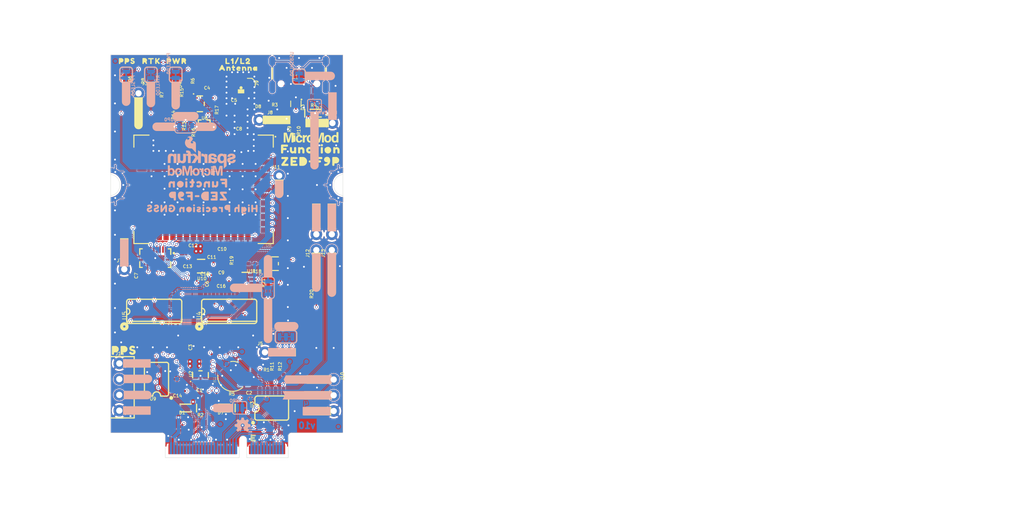
<source format=kicad_pcb>
(kicad_pcb (version 20211014) (generator pcbnew)
  (layers (0 "F.Cu" signal) (1 "In1.Cu" signal) (2 "In2.Cu" signal) (31 "B.Cu" signal) (34 "B.Paste" user) (35 "F.Paste" user) (36 "B.SilkS" user "B.Silkscreen") (37 "F.SilkS" user "F.Silkscreen") (38 "B.Mask" user) (39 "F.Mask" user) (44 "Edge.Cuts" user))
  (net 0 "")
  (net 1 "GND")
  (net 2 "3.3V")
  (net 3 "A0")
  (net 4 "A2")
  (net 5 "A1")
  (net 6 "EWP")
  (net 7 "USBC_P")
  (net 8 "USBC_N")
  (net 9 "N$3")
  (net 10 "N$4")
  (net 11 "V_USB")
  (net 12 "USB_P")
  (net 13 "USB_N")
  (net 14 "ZED_USB_P")
  (net 15 "ZED_USB_N")
  (net 16 "PWR_EN")
  (net 17 "V_BATT")
  (net 18 "N$32")
  (net 19 "N$8")
  (net 20 "N$29")
  (net 21 "ZED_SCL/SCK")
  (net 22 "ZED_SDA/~{CS}")
  (net 23 "VIN")
  (net 24 "PPS")
  (net 25 "RTK_STAT")
  (net 26 "GEO_STAT")
  (net 27 "EXTINT")
  (net 28 "TX_READY")
  (net 29 "V_ZED")
  (net 30 "ZED_DSEL")
  (net 31 "ZED_ANT_DETECT")
  (net 32 "ZED_EXTINT")
  (net 33 "ZED_~{RESET}")
  (net 34 "ZED_ANT_OFF")
  (net 35 "ZED_TX_READY")
  (net 36 "ZED_TX/POCI")
  (net 37 "ZED_RX/PICO")
  (net 38 "ZED_TX2/RTCM")
  (net 39 "ZED_RX2/RTCM")
  (net 40 "ZED_RTK_STAT")
  (net 41 "ZED_GEO_STAT")
  (net 42 "ZED_PPS")
  (net 43 "ZED_~{SAFEBOOT}")
  (net 44 "RX2/RTCM")
  (net 45 "~{RESET}")
  (net 46 "ZED_ANT_~{SHORT}")
  (net 47 "TX2/RTCM")
  (net 48 "N$26")
  (net 49 "N$30")
  (net 50 "V_RF")
  (net 51 "RF_IN")
  (net 52 "N$48")
  (net 53 "PPS_DIFF_N")
  (net 54 "N$13")
  (net 55 "N$7")
  (net 56 "PPS_DIFF_P")
  (net 57 "~{ZED_DSEL}")
  (net 58 "IO_~{OE}")
  (net 59 "MM_SDA")
  (net 60 "MM_TX")
  (net 61 "MM_RX")
  (net 62 "MM_SCL")
  (net 63 "MM_SCK")
  (net 64 "MM_~{CS}")
  (net 65 "MM_POCI")
  (net 66 "MM_PICO")
  (net 67 "5V")
  (net 68 "SHLD")
  (net 69 "N$16")
  (net 70 "ZED_USB_DET")
  (net 71 "N$14")
  (net 72 "N$1")
  (net 73 "N$2")
  (net 74 "N$5")
  (net 75 "N$27")
  (net 76 "N$28")
  (net 77 "N$6")
  (net 78 "N$9")
  (footprint "eagleBoard:PWR0" (layer "F.Cu") (at 138.0536 73.5036)
    (fp_text reference "U$72" hide)
    (fp_text value "" hide)
  )
  (footprint "eagleBoard:0402-TIGHT" (layer "F.Cu") (at 152.5536 106.2036 180)
    (fp_text reference "R18")
    (fp_text value "220")
  )
  (footprint "eagleBoard:#_GND_#0" (layer "F.Cu") (at 160.5536 130.0036)
    (fp_text reference "U$5" hide)
    (fp_text value "" hide)
  )
  (footprint "eagleBoard:#4" (layer "F.Cu") (at 131.6536 127.5036)
    (fp_text reference "U$49" hide)
    (fp_text value "" hide)
  )
  (footprint "eagleBoard:0402-TIGHT" (layer "F.Cu") (at 163.1036 79.9036 180)
    (fp_text reference "R4")
    (fp_text value "5.1k")
  )
  (footprint "eagleBoard:SO14" (layer "F.Cu") (at 136.1536 113.9036)
    (fp_text reference "U5")
    (fp_text value "74LVC4066D_QUAD_BILATERAL_SWITCH" hide)
  )
  (footprint "eagleBoard:##RESET_##0" (layer "F.Cu") (at 162.9536 110.6036 90)
    (fp_text reference "U$14" hide)
    (fp_text value "" hide)
  )
  (footprint "eagleBoard:#_GND_#0" (layer "F.Cu") (at 153.9536 83.0036)
    (fp_text reference "U$33" hide)
    (fp_text value "" hide)
  )
  (footprint "eagleBoard:0402-TIGHT" (layer "F.Cu") (at 143.1936 120.8836 90)
    (fp_text reference "C3")
    (fp_text value "1.0uF")
  )
  (footprint "eagleBoard:0402-TIGHT" (layer "F.Cu") (at 146.8536 104.9036)
    (fp_text reference "C11")
    (fp_text value "2.2uF")
  )
  (footprint "eagleBoard:0402-TIGHT" (layer "F.Cu") (at 149.1036 80.7936 90)
    (fp_text reference "C5")
    (fp_text value "10nF")
  )
  (footprint "eagleBoard:FIDUCIAL-MICRO" (layer "F.Cu") (at 166.5036 73.5036 90)
    (fp_text reference "FD3" hide)
    (fp_text value "FIDUCIALUFIDUCIAL" hide)
  )
  (footprint "eagleBoard:U.FL" (layer "F.Cu") (at 150.8036 77.8136 -90)
    (fp_text reference "J9")
    (fp_text value "U.FL")
  )
  (footprint "eagleBoard:#3" (layer "F.Cu") (at 131.5536 124.9036)
    (fp_text reference "U$48" hide)
    (fp_text value "" hide)
  )
  (footprint "eagleBoard:LED-0603" (layer "F.Cu") (at 136.2536 75.8036 -90)
    (fp_text reference "D5")
    (fp_text value "BLUE")
  )
  (footprint "eagleBoard:#_GND_#0" (layer "F.Cu") (at 154.8536 120.5036)
    (fp_text reference "U$7" hide)
    (fp_text value "" hide)
  )
  (footprint "eagleBoard:0402-TIGHT" (layer "F.Cu") (at 140.9836 81.9036 90)
    (fp_text reference "R15")
    (fp_text value "1k" hide)
  )
  (footprint "eagleBoard:0402-TIGHT" (layer "F.Cu") (at 143.6836 131.4036)
    (fp_text reference "R2")
    (fp_text value "10k")
  )
  (footprint "eagleBoard:SC-70-5_DCK" (layer "F.Cu") (at 151.5536 108.7036 90)
    (fp_text reference "U11")
    (fp_text value "SN74AUP1T04" hide)
  )
  (footprint "eagleBoard:0402-TIGHT" (layer "F.Cu") (at 156.3536 123.6036 90)
    (fp_text reference "R11")
    (fp_text value "2.2k")
  )
  (footprint "eagleBoard:SOD-323" (layer "F.Cu") (at 148.0736 129.5036 180)
    (fp_text reference "D7")
    (fp_text value "0.5A/40V/420mV")
  )
  (footprint "eagleBoard:0402-TIGHT" (layer "F.Cu") (at 156.8036 79.9036)
    (fp_text reference "R3")
    (fp_text value "5.1k")
  )
  (footprint "eagleBoard:ANTENNA0" (layer "F.Cu") (at 146.5536 74.6036)
    (fp_text reference "U$87" hide)
    (fp_text value "" hide)
  )
  (footprint "eagleBoard:LED-0603" (layer "F.Cu") (at 132.2536 75.8036 -90)
    (fp_text reference "D6")
    (fp_text value "BLUE")
  )
  (footprint "eagleBoard:0402-TIGHT" (layer "F.Cu") (at 148.6536 106.5036 -90)
    (fp_text reference "C9")
    (fp_text value "1.0uF")
  )
  (footprint "eagleBoard:SO08" (layer "F.Cu") (at 137.1536 124.8536 90)
    (fp_text reference "U9")
    (fp_text value "FIN1017MX")
  )
  (footprint "eagleBoard:0402-TIGHT" (layer "F.Cu") (at 139.2536 81.9036 90)
    (fp_text reference "R16")
    (fp_text value "100k")
  )
  (footprint "eagleBoard:SO08" (layer "F.Cu") (at 155.7536 129.5036)
    (fp_text reference "U3")
    (fp_text value "EEPROM")
  )
  (footprint "eagleBoard:G2" (layer "F.Cu") (at 131.4536 129.9036)
    (fp_text reference "U$47" hide)
    (fp_text value "" hide)
  )
  (footprint "eagleBoard:RTK0" (layer "F.Cu") (at 134.1536 73.5036)
    (fp_text reference "U$52" hide)
    (fp_text value "" hide)
  )
  (footprint "eagleBoard:0402-TIGHT" (layer "F.Cu") (at 158.9536 82.4036 -90)
    (fp_text reference "R9")
    (fp_text value "27")
  )
  (footprint "eagleBoard:BLANK" (layer "F.Cu") (at 126.0536 147.5036)
    (fp_text reference "LOGO1" hide)
    (fp_text value "SFE_LOGO_NAME_FLAMEBLANK" hide)
  )
  (footprint "eagleBoard:#EXTINT_#0" (layer "F.Cu") (at 165.4536 111.5036 90)
    (fp_text reference "U$17" hide)
    (fp_text value "" hide)
  )
  (footprint "eagleBoard:0402-TIGHT" (layer "F.Cu") (at 144.1536 108.6036)
    (fp_text reference "C15")
    (fp_text value "0.1uF" hide)
  )
  (footprint "eagleBoard:MICROMOD_LOGO_.35" (layer "F.Cu") (at 162.0536 85.8536)
    (fp_text reference "U$63" hide)
    (fp_text value "" hide)
  )
  (footprint "eagleBoard:1X01_NO_SILK" (layer "F.Cu") (at 131.9536 107.1036)
    (fp_text reference "J7")
    (fp_text value "")
  )
  (footprint "eagleBoard:1X01_NO_SILK" (layer "F.Cu") (at 165.5536 83.5036)
    (fp_text reference "J4")
    (fp_text value "")
  )
  (footprint "eagleBoard:0402-TIGHT" (layer "F.Cu") (at 149.9536 106.5036 90)
    (fp_text reference "R19")
    (fp_text value "470")
  )
  (footprint "eagleBoard:0402_MURATA" (layer "F.Cu") (at 150.4036 81.2936)
    (fp_text reference "L1" hide)
    (fp_text value "150nH" hide)
  )
  (footprint "eagleBoard:1X02_NO_SILK" (layer "F.Cu") (at 162.9536 104.0036 90)
    (fp_text reference "J12")
    (fp_text value "")
  )
  (footprint "eagleBoard:FIDUCIAL-MICRO" (layer "F.Cu") (at 130.5036 132.5036 90)
    (fp_text reference "FD1" hide)
    (fp_text value "FIDUCIALUFIDUCIAL" hide)
  )
  (footprint "eagleBoard:0402-TIGHT" (layer "F.Cu") (at 145.6536 109.8036)
    (fp_text reference "C6")
    (fp_text value "0.1uF")
  )
  (footprint "eagleBoard:1X04_NO_SILK" (layer "F.Cu") (at 131.1536 122.3036 -90)
    (fp_text reference "J14")
    (fp_text value "")
  )
  (footprint "eagleBoard:#GND#0" (layer "F.Cu") (at 160.8536 83.5036)
    (fp_text reference "U$82" hide)
    (fp_text value "" hide)
  )
  (footprint "eagleBoard:SOT353" (layer "F.Cu") (at 156.1536 106.2036 -90)
    (fp_text reference "U1" hide)
    (fp_text value "NLAST4501DFT2G" hide)
  )
  (footprint "eagleBoard:ZED-F9P" (layer "F.Cu") (at 144.7536 94.2036 180)
    (fp_text reference "U8")
    (fp_text value "U-BLOX_ZED-F9P")
  )
  (footprint "eagleBoard:1X01_SMALL" (layer "F.Cu") (at 146.8436 126.6936)
    (fp_text reference "J6" hide)
    (fp_text value "" hide)
  )
  (footprint "eagleBoard:FUNCTION0" (layer "F.Cu") (at 162.0536 87.7036)
    (fp_text reference "U$26" hide)
    (fp_text value "" hide)
  )
  (footprint "eagleBoard:0402-TIGHT" (layer "F.Cu") (at 153.3536 125.3036 180)
    (fp_text reference "C2")
    (fp_text value "0.1uF")
  )
  (footprint "eagleBoard:0402-TIGHT" (layer "F.Cu") (at 162.9536 111.9036 90)
    (fp_text reference "R20")
    (fp_text value "10k")
  )
  (footprint "eagleBoard:10" (layer "F.Cu") (at 158.2536 128.8036)
    (fp_text reference "U$34" hide)
    (fp_text value "" hide)
  )
  (footprint "eagleBoard:USB-C-16P-4LAYER-ISOLATED" (layer "F.Cu") (at 160.1536 78.6036 180)
    (fp_text reference "J1")
    (fp_text value "USB Female Type C Connector")
  )
  (footprint "eagleBoard:1X01_NO_SILK" (layer "F.Cu") (at 154.6536 120.5036)
    (fp_text reference "J5")
    (fp_text value "")
  )
  (footprint "eagleBoard:0402-TIGHT" (layer "F.Cu") (at 138.2536 76.1536 -90)
    (fp_text reference "R7")
    (fp_text value "4.7k" hide)
  )
  (footprint "eagleBoard:1X01_NO_SILK" (layer "F.Cu") (at 134.2536 78.7036 -90)
    (fp_text reference "J3")
    (fp_text value "")
  )
  (footprint "eagleBoard:#_GND_#0" (layer "F.Cu") (at 165.4536 101.3036 90)
    (fp_text reference "U$22" hide)
    (fp_text value "" hide)
  )
  (footprint "eagleBoard:0402-TIGHT" (layer "F.Cu") (at 148.7436 127.9936)
    (fp_text reference "R5")
    (fp_text value "3.3K" hide)
  )
  (footprint "eagleBoard:ORDERING_INSTRUCTIONS" (layer "F.Cu") (at 175.4736 76.5436)
    (fp_text reference "LOGO2" hide)
    (fp_text value "SPECIAL_INSTRUCTIONS-ORDERING" hide)
  )
  (footprint "eagleBoard:0402-TIGHT" (layer "F.Cu") (at 141.3536 126.2636 90)
    (fp_text reference "C14")
    (fp_text value "0.1uF")
  )
  (footprint "eagleBoard:PPS3" (layer "F.Cu") (at 128.8536 120.2036)
    (fp_text reference "U$40" hide)
    (fp_text value "" hide)
  )
  (footprint "eagleBoard:0402-TIGHT" (layer "F.Cu") (at 141.2536 105.1036 90)
    (fp_text reference "C13")
    (fp_text value "0.1uF")
  )
  (footprint "eagleBoard:G2" (layer "F.Cu") (at 131.4536 122.3036)
    (fp_text reference "U$46" hide)
    (fp_text value "" hide)
  )
  (footprint "eagleBoard:0402-TIGHT" (layer "F.Cu") (at 143.5536 127.2036)
    (fp_text reference "C1")
    (fp_text value "1.0uF")
  )
  (footprint "eagleBoard:SOT523" (layer "F.Cu") (at 144.8536 83.6036)
    (fp_text reference "Q1" hide)
    (fp_text value "DMP21D0UT-7" hide)
  )
  (footprint "eagleBoard:#VZED#0" (layer "F.Cu") (at 134.2536 84.5036 90)
    (fp_text reference "U$68" hide)
    (fp_text value "" hide)
  )
  (footprint "eagleBoard:0402-TIGHT" (layer "F.Cu") (at 160.3536 82.4036 -90)
    (fp_text reference "R10")
    (fp_text value "27")
  )
  (footprint "eagleBoard:0402-TIGHT" (layer "F.Cu") (at 144.7536 78.3036 180)
    (fp_text reference "C4")
    (fp_text value "0.1uF")
  )
  (footprint "eagleBoard:0402-TIGHT" (layer "F.Cu") (at 140.9536 84.1036 -90)
    (fp_text reference "R14")
    (fp_text value "10k")
  )
  (footprint "eagleBoard:3212" (layer "F.Cu") (at 159.4536 128.8036)
    (fp_text reference "U$36" hide)
    (fp_text value "" hide)
  )
  (footprint "eagleBoard:1X01_NO_SILK" (layer "F.Cu") (at 153.7536 83.0036 90)
    (fp_text reference "J8")
    (fp_text value "")
  )
  (footprint "eagleBoard:0402-TIGHT" (layer "F.Cu") (at 142.6536 84.1036 -90)
    (fp_text reference "R13")
    (fp_text value "10k")
  )
  (footprint "eagleBoard:0402-TIGHT" (layer "F.Cu") (at 133.6536 109.5036)
    (fp_text reference "C7")
    (fp_text value "0.1uF")
  )
  (footprint "eagleBoard:L1#L20" (layer "F.Cu") (at 147.5536 73.5036)
    (fp_text reference "U$85" hide)
    (fp_text value "" hide)
  )
  (footprint "eagleBoard:ZED#F9P0" (layer "F.Cu") (at 162.0536 89.7036)
    (fp_text reference "U$112" hide)
    (fp_text value "" hide)
  )
  (footprint "eagleBoard:#RX2_#0" (layer "F.Cu") (at 161.0536 124.9036)
    (fp_text reference "U$13" hide)
    (fp_text value "" hide)
  )
  (footprint "eagleBoard:0402-TIGHT" (layer "F.Cu") (at 148.0236 103.6036 180)
    (fp_text reference "C10")
    (fp_text value "0.1uF")
  )
  (footprint "eagleBoard:CREATIVE_COMMONS" (layer "F.Cu") (at 165.3136 146.3936)
    (fp_text reference "FRAME1" hide)
    (fp_text value "FRAME-LEDGER" hide)
  )
  (footprint "eagleBoard:0402-TIGHT" (layer "F.Cu") (at 142.2536 76.1536 -90)
    (fp_text reference "R6")
    (fp_text value "1k")
  )
  (footprint "eagleBoard:SOT23-5" (layer "F.Cu") (at 144.2536 124.2036)
    (fp_text reference "U2")
    (fp_text value "3.3V")
  )
  (footprint "eagleBoard:DHVQFN20" (layer "F.Cu") (at 136.9536 105.3036 180)
    (fp_text reference "U7" hide)
    (fp_text value "74LVC541A" hide)
  )
  (footprint "eagleBoard:SOD-323" (layer "F.Cu") (at 162.8536 81.9036)
    (fp_text reference "D2")
    (fp_text value "3A/10V/280mV")
  )
  (footprint "eagleBoard:211" (layer "F.Cu") (at 158.7536 128.8036)
    (fp_text reference "U$35" hide)
    (fp_text value "" hide)
  )
  (footprint "eagleBoard:0402-TIGHT" (layer "F.Cu") (at 157.6536 123.6036 90)
    (fp_text reference "R12")
    (fp_text value "2.2k")
  )
  (footprint "eagleBoard:SOT23-5" (layer "F.Cu") (at 144.1536 80.4036 -90)
    (fp_text reference "U6")
    (fp_text value "OPA344")
  )
  (footprint "eagleBoard:1X03_NO_SILK" (layer "F.Cu") (at 165.7536 124.9036 -90)
    (fp_text reference "J10")
    (fp_text value "455-1750-1-ND" hide)
  )
  (footprint "eagleBoard:##SB##0" (layer "F.Cu") (at 156.9536 95.5036 90)
    (fp_text reference "U$80" hide)
    (fp_text value "" hide)
  )
  (footprint "eagleBoard:0603" (layer "F.Cu") (at 147.6536 82.2036 90)
    (fp_text reference "R17")
    (fp_text value "10")
  )
  (footprint "eagleBoard:PPS0" (layer "F.Cu") (at 130.3536 73.5036)
    (fp_text reference "U$51" hide)
    (fp_text value "" hide)
  )
  (footprint "eagleBoard:0402-TIGHT" (layer "F.Cu") (at 154.3536 124.1036)
    (fp_text reference "R1")
    (fp_text value "10k")
  )
  (footprint "eagleBoard:SC-70-5_DCK" (layer "F.Cu") (at 144.3536 106.6036 90)
    (fp_text reference "U10")
    (fp_text value "SN74AUP1T04" hide)
  )
  (footprint "eagleBoard:0402-TIGHT" (layer "F.Cu") (at 150.8036 84.7036 -90)
    (fp_text reference "C8")
    (fp_text value "47pF" hide)
  )
  (footprint "eagleBoard:MS421R_IV03E" (layer "F.Cu") (at 149.4536 124.4036 90)
    (fp_text reference "BT1")
    (fp_text value "RELOWABLE_BATTERY_MS421R")
  )
  (footprint "eagleBoard:M.2-CARD-E-22_FUNCTION_STANDARD" (layer "F.Cu") (at 148.5006 137.5036)
    (fp_text reference "J2" hide)
    (fp_text value "MICROMOD_FUNCTION_STANDARD" hide)
    (fp_arc (start 18.747999 -42.269999) (mid 17.247963 -43.998769) (end 18.744 -45.731) (layer "Edge.Cuts") (width 0.05))
    (fp_arc (start -18.747 -45.733) (mid -17.251744 -44.002864) (end -18.744998 -42.270999) (layer "Edge.Cuts") (width 0.05))
  )
  (footprint "eagleBoard:1X01_NO_SILK" (layer "F.Cu") (at 156.9536 92.0036)
    (fp_text reference "J11")
    (fp_text value "")
  )
  (footprint "eagleBoard:1X02_NO_SILK" (layer "F.Cu") (at 165.4536 104.0036 90)
    (fp_text reference "J13")
    (fp_text value "")
  )
  (footprint "eagleBoard:LED-0603" (layer "F.Cu") (at 140.2536 75.8036 -90)
    (fp_text reference "D4")
    (fp_text value "RED" hide)
  )
  (footprint "eagleBoard:SFE_LOGO_FLAME_STOP_.1" (layer "F.Cu") (at 157.1536 97.7036)
    (fp_text reference "U$104" hide)
    (fp_text value "" hide)
  )
  (footprint "eagleBoard:0402-TIGHT" (layer "F.Cu") (at 142.2536 103.6036 180)
    (fp_text reference "C12")
    (fp_text value "1.0uF")
  )
  (footprint "eagleBoard:0402-TIGHT" (layer "F.Cu") (at 155.1536 110.1036 90)
    (fp_text reference "R21")
    (fp_text value "10k")
  )
  (footprint "eagleBoard:#TX2_#0" (layer "F.Cu") (at 160.9536 127.4536)
    (fp_text reference "U$3" hide)
    (fp_text value "" hide)
  )
  (footprint "eagleBoard:0402-TIGHT" (layer "F.Cu") (at 134.2536 76.1536 -90)
    (fp_text reference "R8")
    (fp_text value "4.7k")
  )
  (footprint "eagleBoard:0402-TIGHT" (layer "F.Cu") (at 151.4036 80.4936)
    (fp_text reference "D8")
    (fp_text value "PESD0402-0402T" hide)
  )
  (footprint "eagleBoard:SOD-323" (layer "F.Cu") (at 141.8536 129.5036 180)
    (fp_text reference "D1")
    (fp_text value "3A/10V/280mV")
  )
  (footprint "eagleBoard:SOT886" (layer "F.Cu") (at 159.6536 80.4036 -90)
    (fp_text reference "D3")
    (fp_text value "PRTR5V0U2F")
  )
  (footprint "eagleBoard:#_GND_#0" (layer "F.Cu") (at 131.9536 106.9036 90)
    (fp_text reference "U$38" hide)
    (fp_text value "" hide)
  )
  (footprint "eagleBoard:#_GND_#0" (layer "F.Cu") (at 162.9536 101.3036 90)
    (fp_text reference "U$21" hide)
    (fp_text value "" hide)
  )
  (footprint "eagleBoard:0402-TIGHT" (layer "F.Cu") (at 148.4036 109.3536 180)
    (fp_text reference "C16")
    (fp_text value "0.1uF")
  )
  (footprint "eagleBoard:SO14" (layer "F.Cu") (at 148.2536 113.9036)
    (fp_text reference "U4")
    (fp_text value "74LVC4066D_QUAD_BILATERAL_SWITCH" hide)
  )
  (footprint "eagleBoard:#SPI_#0" (layer "B.Cu") (at 155.1536 104.8036 -90)
    (fp_text reference "U$24" hide)
    (fp_text value "" hide)
  )
  (footprint "eagleBoard:PAD.03X.03" (layer "B.Cu") (at 152.9536 131.8036 180)
    (fp_text reference "TP13" hide)
    (fp_text value "TEST-POINT3" hide)
  )
  (footprint "eagleBoard:FIDUCIAL-MICRO" (layer "B.Cu") (at 166.5036 132.5036 -90)
    (fp_text reference "FD4" hide)
    (fp_text value "FIDUCIALUFIDUCIAL" hide)
  )
  (footprint "eagleBoard:SFE_LOGO_NAME_FLAME_.1" (layer "B.Cu") (at 144.3736 89.3436 180)
    (fp_text reference "LOGO4" hide)
    (fp_text value "SFE_LOGO_NAME_FLAME.1_INCH" hide)
  )
  (footprint "eagleBoard:OSHW-LOGO-MINI" (layer "B.Cu") (at 151.0536 132.3036 180)
    (fp_text reference "LOGO3" hide)
    (fp_text value "OSHW-LOGOMINI" hide)
  )
  (footprint "eagleBoard:PAD.03X.03" (layer "B.Cu") (at 148.4536 122.4036 180)
    (fp_text reference "TP7" hide)
    (fp_text value "TEST-POINT3" hide)
  )
  (footprint "eagleBoard:#_GND_#0" (layer "B.Cu") (at 136.5536 129.9036 180)
    (fp_text reference "U$10" hide)
    (fp_text value "" hide)
  )
  (footprint "eagleBoard:SMT-JUMPER_2_NC_TRACE_SILK" (layer "B.Cu") (at 140.2536 75.7036 -90)
    (fp_text reference "PWRLED0")
    (fp_text value "JUMPER-SMT_2_NC_TRACE_SILK" hide)
  )
  (footprint "eagleBoard:40" (layer "B.Cu") (at 162.3536 128.8036 180)
    (fp_text reference "U$1" hide)
    (fp_text value "" hide)
  )
  (footprint "eagleBoard:SMT-JUMPER_2_NC_TRACE_SILK" (layer "B.Cu") (at 132.2536 75.7036 90)
    (fp_text reference "PPSLED0")
    (fp_text value "JUMPER-SMT_2_NC_TRACE_SILK")
  )
  (footprint "eagleBoard:#_GND_#0" (layer "B.Cu") (at 159.9536 120.5036 180)
    (fp_text reference "U$9" hide)
    (fp_text value "" hide)
  )
  (footprint "eagleBoard:#_GND_#0" (layer "B.Cu") (at 165.4536 96.2036 -90)
    (fp_text reference "U$19" hide)
    (fp_text value "" hide)
  )
  (footprint "eagleBoard:SMT-JUMPER_3_1-NC_TRACE_SILK" (layer "B.Cu") (at 141.8536 84.1036 180)
    (fp_text reference "ANTSUP0")
    (fp_text value "JUMPER-SMT_3_1-NC_TRACE_SILK")
  )
  (footprint "eagleBoard:PAD.03X.03" (layer "B.Cu") (at 158.6536 122.0036 180)
    (fp_text reference "TP5" hide)
    (fp_text value "TEST-POINT3" hide)
  )
  (footprint "eagleBoard:#_EXTINT#0" (layer "B.Cu") (at 165.4536 104.1036 -90)
    (fp_text reference "U$16" hide)
    (fp_text value "" hide)
  )
  (footprint "eagleBoard:#_DSEL#0" (layer "B.Cu") (at 154.4536 110.1036 180)
    (fp_text reference "U$29" hide)
    (fp_text value "" hide)
  )
  (footprint "eagleBoard:#_GND_#0" (layer "B.Cu") (at 131.9536 101.9036 -90)
    (fp_text reference "U$39" hide)
    (fp_text value "" hide)
  )
  (footprint "eagleBoard:#USBPWREN#10" (layer "B.Cu") (at 162.6536 81.4036 -90)
    (fp_text reference "U$62" hide)
    (fp_text value "" hide)
  )
  (footprint "eagleBoard:#PPS#2254" (layer "B.Cu") (at 132.2536 76.6036 -90)
    (fp_text reference "U$50" hide)
    (fp_text value "" hide)
  )
  (footprint "eagleBoard:HIGH_PRECISION_GNSS26" (layer "B.Cu") (at 144.4536 97.3036 180)
    (fp_text reference "U$106" hide)
    (fp_text value "" hide)
  )
  (footprint "eagleBoard:#RTK#0" (layer "B.Cu") (at 136.2536 76.6036 -90)
    (fp_text reference "U$31" hide)
    (fp_text value "" hide)
  )
  (footprint "eagleBoard:#SHLD#12" (layer "B.Cu") (at 165.9536 75.9036 180)
    (fp_text reference "U$64" hide)
    (fp_text value "" hide)
  )
  (footprint "eagleBoard:#SUP#0" (layer "B.Cu") (at 143.9536 82.4036 180)
    (fp_text reference "U$30" hide)
    (fp_text value "" hide)
  )
  (footprint "eagleBoard:SMT-JUMPER_3_2-NC_TRACE_SILK" (layer "B.Cu") (at 158.0536 118.0036 180)
    (fp_text reference "I2CPUR0")
    (fp_text value "JUMPER-SMT_3_2-NC_TRACE_SILK")
  )
  (footprint "eagleBoard:FIDUCIAL-MICRO" (layer "B.Cu") (at 130.5036 73.5036 -90)
    (fp_text reference "FD2" hide)
    (fp_text value "FIDUCIALUFIDUCIAL" hide)
  )
  (footprint "eagleBoard:SMT-JUMPER_2_NC_TRACE_SILK" (layer "B.Cu") (at 160.1536 76.0036 -90)
    (fp_text reference "USBSHLD0")
    (fp_text value "JUMPER-SMT_2_NC_TRACE_SILK")
  )
  (footprint "eagleBoard:PAD.03X.03" (layer "B.Cu") (at 150.9536 120.4036 180)
    (fp_text reference "TP8" hide)
    (fp_text value "TEST-POINT3" hide)
  )
  (footprint "eagleBoard:ZED#F9P0" (layer "B.Cu") (at 143.7536 95.3036 180)
    (fp_text reference "U$114" hide)
    (fp_text value "" hide)
  )
  (footprint "eagleBoard:#_RTCMTX#0" (layer "B.Cu") (at 165.7536 127.4536 180)
    (fp_text reference "U$2" hide)
    (fp_text value "" hide)
  )
  (footprint "eagleBoard:PAD.03X.03" (layer "B.Cu") (at 161.3536 122.0036 180)
    (fp_text reference "TP6" hide)
    (fp_text value "TEST-POINT3" hide)
  )
  (footprint "eagleBoard:#_GND_#0" (layer "B.Cu") (at 162.9536 96.2036 -90)
    (fp_text reference "U$18" hide)
    (fp_text value "" hide)
  )
  (footprint "eagleBoard:##SB##9" (layer "B.Cu") (at 156.9536 92.4036 -90)
    (fp_text reference "U$76" hide)
    (fp_text value "" hide)
  )
  (footprint "eagleBoard:SMT-JUMPER_2_NO_SILK" (layer "B.Cu") (at 162.6536 80.7036)
    (fp_text reference "USBPWR0")
    (fp_text value "JUMPER-SMT_2_NO_SILK")
  )
  (footprint "eagleBoard:#PPS##2253" (layer "B.Cu") (at 136.3536 127.4036 180)
    (fp_text reference "U$45" hide)
    (fp_text value "" hide)
  )
  (footprint "eagleBoard:#_DIS#0" (layer "B.Cu") (at 140.5536 84.1036 180)
    (fp_text reference "U$73" hide)
    (fp_text value "" hide)
  )
  (footprint "eagleBoard:PAD.03X.03" (layer "B.Cu") (at 154.9536 128.1036 180)
    (fp_text reference "TP10" hide)
    (fp_text value "TEST-POINT3" hide)
  )
  (footprint "eagleBoard:#PPS##2252" (layer "B.Cu") (at 136.4536 124.8036 180)
    (fp_text reference "U$44" hide)
    (fp_text value "" hide)
  )
  (footprint "eagleBoard:#_I�C#SER#0" (layer "B.Cu") (at 155.1536 111.5036 -90)
    (fp_text reference "U$23" hide)
    (fp_text value "" hide)
  )
  (footprint "eagleBoard:PAD.03X.03" (layer "B.Cu") (at 152.3536 128.1036 180)
    (fp_text reference "TP12" hide)
    (fp_text value "TEST-POINT3" hide)
  )
  (footprint "eagleBoard:#_#RESET##0" (layer "B.Cu") (at 162.9536 104.2036 -90)
    (fp_text reference "U$15" hide)
    (fp_text value "" hide)
  )
  (footprint "eagleBoard:FUNCTION0" (layer "B.Cu") (at 143.7536 93.2036 180)
    (fp_text reference "U$27" hide)
    (fp_text value "" hide)
  )
  (footprint "eagleBoard:#_GND_#0" (layer "B.Cu") (at 136.5536 122.3036 180)
    (fp_text reference "U$11" hide)
    (fp_text value "" hide)
  )
  (footprint "eagleBoard:#PWR#0" (layer "B.Cu") (at 140.2536 76.6036 -90)
    (fp_text reference "U$32" hide)
    (fp_text value "" hide)
  )
  (footprint "eagleBoard:PAD.03X.03" (layer "B.Cu") (at 140.4536 124.8036 180)
    (fp_text reference "TP9" hide)
    (fp_text value "TEST-POINT3" hide)
  )
  (footprint "eagleBoard:#WP#0" (layer "B.Cu") (at 149.8536 129.5036 180)
    (fp_text reference "U$54" hide)
    (fp_text value "" hide)
  )
  (footprint "eagleBoard:PAD.03X.03" (layer "B.Cu") (at 147.4536 132.1036 180)
    (fp_text reference "TP14" hide)
    (fp_text value "TEST-POINT3" hide)
  )
  (footprint "eagleBoard:SMT-JUMPER_3_1-NC_TRACE_SILK" (layer "B.Cu") (at 155.1536 110.1036 -90)
    (fp_text reference "DSEL0")
    (fp_text value "JUMPER-SMT_3_1-NC_TRACE_SILK")
  )
  (footprint "eagleBoard:PAD.03X.03" (layer "B.Cu") (at 144.4536 130.5036 180)
    (fp_text reference "TP11" hide)
    (fp_text value "TEST-POINT3" hide)
  )
  (footprint "eagleBoard:#_GND_#0" (layer "B.Cu") (at 165.5536 130.0036 180)
    (fp_text reference "U$6" hide)
    (fp_text value "" hide)
  )
  (footprint "eagleBoard:SMT-JUMPER_2_NO_SILK" (layer "B.Cu") (at 150.5936 129.4736 180)
    (fp_text reference "WP0")
    (fp_text value "JUMPER-SMT_2_NO_SILK")
  )
  (footprint "eagleBoard:#_I�C#0" (layer "B.Cu") (at 160.0536 116.3036 180)
    (fp_text reference "U$28" hide)
    (fp_text value "" hide)
  )
  (footprint "eagleBoard:SMT-JUMPER_2_NC_TRACE_SILK" (layer "B.Cu") (at 136.2536 75.7036 90)
    (fp_text reference "RTKLED0")
    (fp_text value "JUMPER-SMT_2_NC_TRACE_SILK")
  )
  (footprint "eagleBoard:MICROMOD_LOGO_.35" (layer "B.Cu") (at 143.4536 91.2036 180)
    (fp_text reference "U$37" hide)
    (fp_text value "" hide)
  )
  (footprint "eagleBoard:#EN_#0" (layer "B.Cu") (at 146.8536 84.1036 180)
    (fp_text reference "U$74" hide)
    (fp_text value "" hide)
  )
  (footprint "eagleBoard:#_RTCMRX#0" (layer "B.Cu") (at 165.7536 124.9036 180)
    (fp_text reference "U$12" hide)
    (fp_text value "" hide)
  )
  (footprint "eagleBoard:#_GND_#0" (layer "B.Cu") (at 165.5536 78.2036 -90)
    (fp_text reference "U$25" hide)
    (fp_text value "" hide)
  )
  (gr_line (start 133.5536 121.2036) (end 129.7536 121.2036) (layer "F.SilkS") (width 0.2))
  (gr_line (start 129.7536 131.1036) (end 133.5536 131.1036) (layer "F.SilkS") (width 0.2))
  (gr_line (start 133.5536 131.1036) (end 133.5536 121.2036) (layer "F.SilkS") (width 0.2))
  (gr_line (start 158.9436 133.5036) (end 167.2466 133.5036) (layer "Edge.Cuts") (width 0.05))
  (gr_line (start 158.4256 137.5036) (end 158.4256 134.0036) (layer "Edge.Cuts") (width 0.05))
  (gr_line (start 158.4256 137.5036) (end 151.7256 137.5036) (layer "Edge.Cuts") (width 0.05))
  (gr_line (start 150.5256 137.5036) (end 138.5756 137.5036) (layer "Edge.Cuts") (width 0.05))
  (gr_line (start 129.7536 72.5036) (end 129.7536 133.5036) (layer "Edge.Cuts") (width 0.05))
  (gr_arc (start 150.5256 134.6036) (mid 151.125601 134.003079) (end 151.7256 134.603602) (layer "Edge.Cuts") (width 0.05))
  (gr_line (start 150.5256 137.5036) (end 150.5256 134.6036) (layer "Edge.Cuts") (width 0.05))
  (gr_line (start 138.5756 137.5036) (end 138.5756 134.0036) (layer "Edge.Cuts") (width 0.05))
  (gr_arc (start 138.0436 133.5036) (mid 138.413153 133.643419) (end 138.5756 134.0036) (layer "Edge.Cuts") (width 0.05))
  (gr_line (start 167.2466 72.5036) (end 129.7536 72.5036) (layer "Edge.Cuts") (width 0.05))
  (gr_line (start 138.0436 133.5036) (end 129.7536 133.5036) (layer "Edge.Cuts") (width 0.05))
  (gr_arc (start 158.4256 134.0036) (mid 158.581047 133.646319) (end 158.9436 133.5036) (layer "Edge.Cuts") (width 0.05))
  (gr_line (start 151.7256 137.5036) (end 151.7256 134.6036) (layer "Edge.Cuts") (width 0.05))
  (gr_line (start 167.2466 133.5036) (end 167.2466 72.5036) (layer "Edge.Cuts") (width 0.05))
  (gr_text "v10" (at 161.4236 132.3336) (layer "B.Cu") (effects (font (size 1.016 1.016) (thickness 0.254)) (justify mirror)))
  (segment (start 141.7536 103.6036) (end 142.0536 103.9036) (width 0.2) (layer "F.Cu") (net 1))
  (segment (start 142.0536 103.9036) (end 142.0536 104.3036) (width 0.2) (layer "F.Cu") (net 1))
  (segment (start 159.6536 79.9736) (end 159.6536 79.3536) (width 0.2) (layer "F.Cu") (net 1))
  (via (at 138.4536 96.3036) (size 0.4524) (drill 0.3) (layers "F.Cu" "B.Cu") (net 1))
  (via (at 154.4836 131.8036) (size 0.4524) (drill 0.3) (layers "F.Cu" "B.Cu") (net 1))
  (via (at 160.9536 77.3036) (size 0.4524) (drill 0.3) (layers "F.Cu" "B.Cu") (net 1))
  (via (at 151.8536 84.3036) (size 0.4524) (drill 0.3) (layers "F.Cu" "B.Cu") (net 1))
  (via (at 138.8536 119.7036) (size 0.4524) (drill 0.3) (layers "F.Cu" "B.Cu") (net 1))
  (via (at 162.2536 74.6036) (size 0.4524) (drill 0.3) (layers "F.Cu" "B.Cu") (net 1))
  (via (at 136.5536 119.7036) (size 0.4524) (drill 0.3) (layers "F.Cu" "B.Cu") (net 1))
  (via (at 135.6536 123.7036) (size 0.4524) (drill 0.3) (layers "F.Cu" "B.Cu") (net 1))
  (via (at 152.8536 86.2036) (size 0.4524) (drill 0.3) (layers "F.Cu" "B.Cu") (net 1))
  (via (at 139.3636 123.5836) (size 0.4524) (drill 0.3) (layers "F.Cu" "B.Cu") (net 1))
  (via (at 149.9536 122.6036) (size 0.4524) (drill 0.3) (layers "F.Cu" "B.Cu") (net 1))
  (via (at 159.4536 130.0036) (size 0.4524) (drill 0.3) (layers "F.Cu" "B.Cu") (net 1))
  (via (at 132.9536 130.8036) (size 0.4524) (drill 0.3) (layers "F.Cu" "B.Cu") (net 1))
  (via (at 148.9536 98.3036) (size 0.4524) (drill 0.3) (layers "F.Cu" "B.Cu") (net 1))
  (via (at 151.0536 90.1036) (size 0.4524) (drill 0.3) (layers "F.Cu" "B.Cu") (net 1))
  (via (at 158.3536 84.503629) (size 0.4524) (drill 0.3) (layers "F.Cu" "B.Cu") (net 1))
  (via (at 144.7536 98.3036) (size 0.4524) (drill 0.3) (layers "F.Cu" "B.Cu") (net 1))
  (via (at 151.1536 75.3036) (size 0.4524) (drill 0.3) (layers "F.Cu" "B.Cu") (net 1))
  (via (at 149.7536 88.0036) (size 0.4524) (drill 0.3) (layers "F.Cu" "B.Cu") (net 1))
  (via (at 149.1536 123.4036) (size 0.4524) (drill 0.3) (layers "F.Cu" "B.Cu") (net 1))
  (via (at 138.4536 90.1036) (size 0.4524) (drill 0.3) (layers "F.Cu" "B.Cu") (net 1))
  (via (at 144.0536 129.7136) (size 0.4524) (drill 0.3) (layers "F.Cu" "B.Cu") (net 1))
  (via (at 153.1536 96.3036) (size 0.4524) (drill 0.3) (layers "F.Cu" "B.Cu") (net 1))
  (via (at 144.4536 132.6036) (size 0.4524) (drill 0.3) (layers "F.Cu" "B.Cu") (net 1))
  (via (at 144.2536 124.3036) (size 0.4524) (drill 0.3) (layers "F.Cu" "B.Cu") (net 1))
  (via (at 144.7536 92.1036) (size 0.4524) (drill 0.3) (layers "F.Cu" "B.Cu") (net 1))
  (via (at 158.3536 95.266119) (size 0.4524) (drill 0.3) (layers "F.Cu" "B.Cu") (net 1))
  (via (at 151.0536 94.2036) (size 0.4524) (drill 0.3) (layers "F.Cu" "B.Cu") (net 1))
  (via (at 148.9536 96.3036) (size 0.4524) (drill 0.3) (layers "F.Cu" "B.Cu") (net 1))
  (via (at 158.3536 106.92861) (size 0.4524) (drill 0.3) (layers "F.Cu" "B.Cu") (net 1))
  (via (at 130.4536 89.4036) (size 0.4524) (drill 0.3) (layers "F.Cu" "B.Cu") (net 1))
  (via (at 165.7536 119.8036) (size 0.4524) (drill 0.3) (layers "F.Cu" "B.Cu") (net 1))
  (via (at 151.9536 88.0036) (size 0.4524) (drill 0.3) (layers "F.Cu" "B.Cu") (net 1))
  (via (at 144.7536 96.3036) (size 0.4524) (drill 0.3) (layers "F.Cu" "B.Cu") (net 1))
  (via (at 155.5536 134.6036) (size 0.4524) (drill 0.3) (layers "F.Cu" "B.Cu") (net 1))
  (via (at 160.1536 73.0036) (size 0.4524) (drill 0.3) (layers "F.Cu" "B.Cu") (net 1))
  (via (at 144.7536 94.2036) (size 0.4524) (drill 0.3) (layers "F.Cu" "B.Cu") (net 1))
  (via (at 140.5536 92.1036) (size 0.4524) (drill 0.3) (layers "F.Cu" "B.Cu") (net 1))
  (via (at 149.7536 85.3036) (size 0.4524) (drill 0.3) (layers "F.Cu" "B.Cu") (net 1))
  (via (at 163.4536 87.1036) (size 0.4524) (drill 0.3) (layers "F.Cu" "B.Cu") (net 1))
  (via (at 130.4536 109.4236) (size 0.4524) (drill 0.3) (layers "F.Cu" "B.Cu") (net 1))
  (via (at 147.3536 119.7036) (size 0.4524) (drill 0.3) (layers "F.Cu" "B.Cu") (net 1))
  (via (at 153.7536 134.6036) (size 0.4524) (drill 0.3) (layers "F.Cu" "B.Cu") (net 1))
  (via (at 162.7536 81.9136) (size 0.4524) (drill 0.3) (layers "F.Cu" "B.Cu") (net 1))
  (via (at 151.0536 96.3036) (size 0.4524) (drill 0.3) (layers "F.Cu" "B.Cu") (net 1))
  (via (at 130.4536 75.803607) (size 0.4524) (drill 0.3) (layers "F.Cu" "B.Cu") (net 1))
  (via (at 151.0536 92.1036) (size 0.4524) (drill 0.3) (layers "F.Cu" "B.Cu") (net 1))
  (via (at 142.0536 125.7636) (size 0.4524) (drill 0.3) (layers "F.Cu" "B.Cu") (net 1))
  (via (at 158.3536 98.853616) (size 0.4524) (drill 0.3) (layers "F.Cu" "B.Cu") (net 1))
  (via (at 139.0536 134.0036) (size 0.4524) (drill 0.3) (layers "F.Cu" "B.Cu") (net 1))
  (via (at 136.6536 87.1036) (size 0.4524) (drill 0.3) (layers "F.Cu" "B.Cu") (net 1))
  (via (at 149.7536 84.3036) (size 0.4524) (drill 0.3) (layers "F.Cu" "B.Cu") (net 1))
  (via (at 159.6536 79.3536) (size 0.4524) (drill 0.3) (layers "F.Cu" "B.Cu") (net 1))
  (via (at 148.5536 134.6036) (size 0.4524) (drill 0.3) (layers "F.Cu" "B.Cu") (net 1))
  (via (at 158.8536 77.2036) (size 0.4524) (drill 0.3) (layers "F.Cu" "B.Cu") (net 1))
  (via (at 149.7536 83.3036) (size 0.4524) (drill 0.3) (layers "F.Cu" "B.Cu") (net 1))
  (via (at 149.8536 80.4036) (size 0.4524) (drill 0.3) (layers "F.Cu" "B.Cu") (net 1))
  (via (at 144.7536 90.1036) (size 0.4524) (drill 0.3) (layers "F.Cu" "B.Cu") (net 1))
  (via (at 131.4536 118.9036) (size 0.4524) (drill 0.3) (layers "F.Cu" "B.Cu") (net 1))
  (via (at 151.8536 85.3036) (size 0.4524) (drill 0.3) (layers "F.Cu" "B.Cu") (net 1))
  (via (at 144.8536 119.7036) (size 0.4524) (drill 0.3) (layers "F.Cu" "B.Cu") (net 1))
  (via (at 158.3536 102.441113) (size 0.4524) (drill 0.3) (layers "F.Cu" "B.Cu") (net 1))
  (via (at 153.3536 119.7036) (size 0.4524) (drill 0.3) (layers "F.Cu" "B.Cu") (net 1))
  (via (at 148.4536 79.5036) (size 0.4524) (drill 0.3) (layers "F.Cu" "B.Cu") (net 1))
  (via (at 148.4536 77.7036) (size 0.4524) (drill 0.3) (layers "F.Cu" "B.Cu") (net 1))
  (via (at 151.0536 98.3036) (size 0.4524) (drill 0.3) (layers "F.Cu" "B.Cu") (net 1))
  (via (at 156.020265 117.536935) (size 0.4524) (drill 0.3) (layers "F.Cu" "B.Cu") (net 1))
  (via (at 160.9536 81.0036) (size 0.4524) (drill 0.3) (layers "F.Cu" "B.Cu") (net 1))
  (via (at 149.3536 79.5036) (size 0.4524) (drill 0.3) (layers "F.Cu" "B.Cu") (net 1))
  (via (at 152.8536 124.5036) (size 0.4524) (drill 0.3) (layers "F.Cu" "B.Cu") (net 1))
  (via (at 158.1536 74.6036) (size 0.4524) (drill 0.3) (layers "F.Cu" "B.Cu") (net 1))
  (via (at 142.7536 134.6036) (size 0.4524) (drill 0.3) (layers "F.Cu" "B.Cu") (net 1))
  (via (at 149.3536 75.3036) (size 0.4524) (drill 0.3) (layers "F.Cu" "B.Cu") (net 1))
  (via (at 144.6536 126.5036) (size 0.4524) (drill 0.3) (layers "F.Cu" "B.Cu") (net 1))
  (via (at 130.4536 80.336938) (size 0.4524) (drill 0.3) (layers "F.Cu" "B.Cu") (net 1))
  (via (at 152.0536 75.3036) (size 0.4524) (drill 0.3) (layers "F.Cu" "B.Cu") (net 1))
  (via (at 130.4536 105.4836) (size 0.4524) (drill 0.3) (layers "F.Cu" "B.Cu") (net 1))
  (via (at 143.8536 127.8836) (size 0.4524) (drill 0.3) (layers "F.Cu" "B.Cu") (net 1))
  (via (at 136.6536 88.0036) (size 0.4524) (drill 0.3) (layers "F.Cu" "B.Cu") (net 1))
  (via (at 158.386931 115.370269) (size 0.4524) (drill 0.3) (layers "F.Cu" "B.Cu") (net 1))
  (via (at 148.3636 130.4936) (size 0.4524) (drill 0.3) (layers "F.Cu" "B.Cu") (net 1))
  (via (at 152.9536 76.8036) (size 0.4524) (drill 0.3) (layers "F.Cu" "B.Cu") (net 1))
  (via (at 157.7536 134.6036) (size 0.4524) (drill 0.3) (layers "F.Cu" "B.Cu") (net 1))
  (via (at 143.1536 119.5036) (size 0.4524) (drill 0.3) (layers "F.Cu" "B.Cu") (net 1))
  (via (at 163.4536 73.0036) (size 0.4524) (drill 0.3) (layers "F.Cu" "B.Cu") (net 1))
  (via (at 158.3536 88.091125) (size 0.4524) (drill 0.3) (layers "F.Cu" "B.Cu") (net 1))
  (via (at 147.7536 124.3036) (size 0.4524) (drill 0.3) (layers "F.Cu" "B.Cu") (net 1))
  (via (at 152.8536 88.0036) (size 0.4524) (drill 0.3) (layers "F.Cu" "B.Cu") (net 1))
  (via (at 148.4536 82.3036) (size 0.4524) (drill 0.3) (layers "F.Cu" "B.Cu") (net 1))
  (via (at 158.3536 109.616107) (size 0.4524) (drill 0.3) (layers "F.Cu" "B.Cu") (net 1))
  (via (at 152.2036 134.5036) (size 0.4524) (drill 0.3) (layers "F.Cu" "B.Cu") (net 1))
  (via (at 151.8536 83.3036) (size 0.4524) (drill 0.3) (layers "F.Cu" "B.Cu") (net 1))
  (via (at 130.4536 84.870269) (size 0.4524) (drill 0.3) (layers "F.Cu" "B.Cu") (net 1))
  (via (at 148.4536 76.0036) (size 0.4524) (drill 0.3) (layers "F.Cu" "B.Cu") (net 1))
  (via (at 134.0536 119.7036) (size 0.4524) (drill 0.3) (layers "F.Cu" "B.Cu") (net 1))
  (via (at 158.4536 132.3036) (size 0.4524) (drill 0.3) (layers "F.Cu" "B.Cu") (net 1))
  (via (at 136.3536 96.3036) (size 0.4524) (drill 0.3) (layers "F.Cu" "B.Cu") (net 1))
  (via (at 153.1536 90.1036) (size 0.4524) (drill 0.3) (layers "F.Cu" "B.Cu") (net 1))
  (via (at 160.9536 106.7036) (size 0.4524) (drill 0.3) (layers "F.Cu" "B.Cu") (net 1))
  (via (at 153.1536 92.1036) (size 0.4524) (drill 0.3) (layers "F.Cu" "B.Cu") (net 1))
  (via (at 146.2536 125.6036) (size 0.4524) (drill 0.3) (layers "F.Cu" "B.Cu") (net 1))
  (via (at 156.6536 81.30361) (size 0.4524) (drill 0.3) (layers "F.Cu" "B.Cu") (net 1))
  (via (at 136.3536 92.1036) (size 0.4524) (drill 0.3) (layers "F.Cu" "B.Cu") (net 1))
  (via (at 156.9536 73.0036) (size 0.4524) (drill 0.3) (layers "F.Cu" "B.Cu") (net 1))
  (via (at 158.3536 91.678622) (size 0.4524) (drill 0.3) (layers "F.Cu" "B.Cu") (net 1))
  (via (at 152.9536 78.6036) (size 0.4524) (drill 0.3) (layers "F.Cu" "B.Cu") (net 1))
  (via (at 140.5536 90.1036) (size 0.4524) (drill 0.3) (layers "F.Cu" "B.Cu") (net 1))
  (via (at 153.1536 94.2036) (size 0.4524) (drill 0.3) (layers "F.Cu" "B.Cu") (net 1))
  (via (at 138.4536 98.3036) (size 0.4524) (drill 0.3) (layers "F.Cu" "B.Cu") (net 1))
  (via (at 152.9536 80.4036) (size 0.4524) (drill 0.3) (layers "F.Cu" "B.Cu") (net 1))
  (via (at 152.7536 117.8036) (size 0.4524) (drill 0.3) (layers "F.Cu" "B.Cu") (net 1))
  (via (at 146.7536 134.6036) (size 0.4524) (drill 0.3) (layers "F.Cu" "B.Cu") (net 1))
  (via (at 139.8536 88.0036) (size 0.4524) (drill 0.3) (layers "F.Cu" "B.Cu") (net 1))
  (via (at 142.3536 133.0036) (size 0.4524) (drill 0.3) (layers "F.Cu" "B.Cu") (net 1))
  (via (at 140.7536 134.6036) (size 0.4524) (drill 0.3) (layers "F.Cu" "B.Cu") (net 1))
  (via (at 150.3536 119.7036) (size 0.4524) (drill 0.3) (layers "F.Cu" "B.Cu") (net 1))
  (via (at 130.4536 117.3036) (size 0.4524) (drill 0.3) (layers "F.Cu" "B.Cu") (net 1))
  (via (at 140.6536 117.8036) (size 0.4524) (drill 0.3) (layers "F.Cu" "B.Cu") (net 1))
  (via (at 140.5536 96.3036) (size 0.4524) (drill 0.3) (layers "F.Cu" "B.Cu") (net 1))
  (via (at 148.3436 131.3036) (size 0.4524) (drill 0.3) (layers "F.Cu" "B.Cu") (net 1))
  (via (at 144.8536 114.4036) (size 0.4524) (drill 0.3) (layers "F.Cu" "B.Cu") (net 1))
  (via (at 148.4536 78.6036) (size 0.4524) (drill 0.3) (layers "F.Cu" "B.Cu") (net 1))
  (via (at 148.9536 94.2036) (size 0.4524) (drill 0.3) (layers "F.Cu" "B.Cu") (net 1))
  (via (at 151.8536 82.3036) (size 0.4524) (drill 0.3) (layers "F.Cu" "B.Cu") (net 1))
  (via (at 162.9536 119.8036) (size 0.4524) (drill 0.3) (layers "F.Cu" "B.Cu") (net 1))
  (via (at 153.1536 98.3036) (size 0.4524) (drill 0.3) (layers "F.Cu" "B.Cu") (net 1))
  (via (at 143.1536 114.8036) (size 0.4524) (drill 0.3) (layers "F.Cu" "B.Cu") (net 1))
  (via (at 160.3536 123.9036) (size 0.4524) (drill 0.3) (layers "F.Cu" "B.Cu") (net 1))
  (via (at 147.2036 128.3536) (size 0.4524) (drill 0.3) (layers "F.Cu" "B.Cu") (net 1))
  (via (at 152.8536 87.2036) (size 0.4524) (drill 0.3) (layers "F.Cu" "B.Cu") (net 1))
  (via (at 152.9536 76.0036) (size 0.4524) (drill 0.3) (layers "F.Cu" "B.Cu") (net 1))
  (via (at 148.9536 90.1036) (size 0.4524) (drill 0.3) (layers "F.Cu" "B.Cu") (net 1))
  (via (at 158.353596 113.203604) (size 0.4524) (drill 0.3) (layers "F.Cu" "B.Cu") (net 1))
  (via (at 140.5536 94.1036) (size 0.4524) (drill 0.3) (layers "F.Cu" "B.Cu") (net 1))
  (via (at 152.9536 81.3036) (size 0.4524) (drill 0.3) (layers "F.Cu" "B.Cu") (net 1))
  (via (at 154.3536 122.5036) (size 0.4524) (drill 0.3) (layers "F.Cu" "B.Cu") (net 1))
  (via (at 138.5636 123.5336) (size 0.4524) (drill 0.3) (layers "F.Cu" "B.Cu") (net 1))
  (via (at 150.8536 88.2036) (size 0.4524) (drill 0.3) (layers "F.Cu" "B.Cu") (net 1))
  (via (at 138.4536 94.1036) (size 0.4524) (drill 0.3) (layers "F.Cu" "B.Cu") (net 1))
  (via (at 155.2536 79.9036) (size 0.4524) (drill 0.3) (layers "F.Cu" "B.Cu") (net 1))
  (via (at 150.2536 75.3036) (size 0.4524) (drill 0.3) (layers "F.Cu" "B.Cu") (net 1))
  (via (at 136.9536 105.3036) (size 0.4524) (drill 0.3) (layers "F.Cu" "B.Cu") (net 1))
  (via (at 138.6536 88.0036) (size 0.4524) (drill 0.3) (layers "F.Cu" "B.Cu") (net 1))
  (via (at 151.8536 81.3036) (size 0.4524) (drill 0.3) (layers "F.Cu" "B.Cu") (net 1))
  (via (at 166.0536 77.5036) (size 0.4524) (drill 0.3) (layers "F.Cu" "B.Cu") (net 1))
  (via (at 163.0536 93.5036) (size 0.4524) (drill 0.3) (layers "F.Cu" "B.Cu") (net 1))
  (via (at 138.4536 92.1036) (size 0.4524) (drill 0.3) (layers "F.Cu" "B.Cu") (net 1))
  (via (at 136.6536 86.3036) (size 0.4524) (drill 0.3) (layers "F.Cu" "B.Cu") (net 1))
  (via (at 155.3536 76.2036) (size 0.4524) (drill 0.3) (layers "F.Cu" "B.Cu") (net 1))
  (via (at 149.7536 82.3036) (size 0.4524) (drill 0.3) (layers "F.Cu" "B.Cu") (net 1))
  (via (at 152.0536 79.5036) (size 0.4524) (drill 0.3) (layers "F.Cu" "B.Cu") (net 1))
  (via (at 148.9536 92.1036) (size 0.4524) (drill 0.3) (layers "F.Cu" "B.Cu") (net 1))
  (via (at 148.4536 80.4036) (size 0.4524) (drill 0.3) (layers "F.Cu" "B.Cu") (net 1))
  (via (at 151.0536 132.3036) (size 0.4524) (drill 0.3) (layers "F.Cu" "B.Cu") (net 1))
  (via (at 158.1536 82.803619) (size 0.4524) (drill 0.3) (layers "F.Cu" "B.Cu") (net 1))
  (via (at 166.7536 106.6036) (size 0.4524) (drill 0.3) (layers "F.Cu" "B.Cu") (net 1))
  (via (at 163.0536 126.2036) (size 0.4524) (drill 0.3) (layers "F.Cu" "B.Cu") (net 1))
  (via (at 142.2536 130.9836) (size 0.4524) (drill 0.3) (layers "F.Cu" "B.Cu") (net 1))
  (via (at 166.1536 87.1036) (size 0.4524) (drill 0.3) (layers "F.Cu" "B.Cu") (net 1))
  (via (at 152.9536 79.5036) (size 0.4524) (drill 0.3) (layers "F.Cu" "B.Cu") (net 1))
  (via (at 137.5536 88.0036) (size 0.4524) (drill 0.3) (layers "F.Cu" "B.Cu") (net 1))
  (via (at 148.4536 76.8036) (size 0.4524) (drill 0.3) (layers "F.Cu" "B.Cu") (net 1))
  (via (at 147.5536 125.8036) (size 0.4524) (drill 0.3) (layers "F.Cu" "B.Cu") (net 1))
  (via (at 152.8536 85.3036) (size 0.4524) (drill 0.3) (layers "F.Cu" "B.Cu") (net 1))
  (via (at 140.5536 98.3036) (size 0.4524) (drill 0.3) (layers "F.Cu" "B.Cu") (net 1))
  (via (at 130.4536 97.6036) (size 0.4524) (drill 0.3) (layers "F.Cu" "B.Cu") (net 1))
  (via (at 130.4536 101.5436) (size 0.4524) (drill 0.3) (layers "F.Cu" "B.Cu") (net 1))
  (via (at 152.9536 77.7036) (size 0.4524) (drill 0.3) (layers "F.Cu" "B.Cu") (net 1))
  (via (at 130.4536 113.3636) (size 0.4524) (drill 0.3) (layers "F.Cu" "B.Cu") (net 1))
  (segment (start 139.7506 133.8066) (end 141.5536 132.0036) (width 0.35) (layer "F.Cu") (net 2))
  (segment (start 146.9236 129.5036) (end 146.2036 129.5036) (width 0.2) (layer "F.Cu") (net 2))
  (segment (start 153.8486 125.3086) (end 153.8536 125.3036) (width 0.2) (layer "F.Cu") (net 2))
  (segment (start 141.3536 126.7636) (end 139.9586 126.7636) (width 0.35) (layer "F.Cu") (net 2))
  (segment (start 153.8536 124.1036) (end 153.8536 123.1036) (width 0.2) (layer "F.Cu") (net 2))
  (segment (start 142.0536 126.7636) (end 141.3536 126.7636) (width 0.35) (layer "F.Cu") (net 2))
  (segment (start 139.7506 136.2286) (end 139.7506 133.8066) (width 0.35) (layer "F.Cu") (net 2))
  (segment (start 139.9586 126.7636) (end 139.9536 126.7586) (width 0.35) (layer "F.Cu") (net 2))
  (segment (start 153.8486 126.7036) (end 153.8486 125.3086) (width 0.2) (layer "F.Cu") (net 2))
  (segment (start 153.8536 125.3036) (end 153.8536 124.1036) (width 0.2) (layer "F.Cu") (net 2))
  (via (at 142.0536 126.7636) (size 0.4524) (drill 0.3) (layers "F.Cu" "B.Cu") (net 2))
  (via (at 153.8536 123.1036) (size 0.4524) (drill 0.3) (layers "F.Cu" "B.Cu") (net 2))
  (via (at 146.2036 129.5036) (size 0.4524) (drill 0.3) (layers "F.Cu" "B.Cu") (net 2))
  (via (at 141.5536 132.0036) (size 0.4524) (drill 0.3) (layers "F.Cu" "B.Cu") (net 2))
  (segment (start 153.8486 132.3036) (end 153.7086 132.4436) (width 0.2) (layer "F.Cu") (net 3))
  (segment (start 152.8536 132.6379) (end 152.8579 132.6336) (width 0.2) (layer "F.Cu") (net 3))
  (segment (start 153.7086 132.4436) (end 153.7086 132.6036) (width 0.2) (layer "F.Cu") (net 3))
  (segment (start 153.6786 132.6336) (end 152.8579 132.6336) (width 0.2) (layer "F.Cu") (net 3))
  (segment (start 153.7086 132.6036) (end 153.6786 132.6336) (width 0.2) (layer "F.Cu") (net 3))
  (via (at 152.8536 132.6379) (size 0.4524) (drill 0.3) (layers "F.Cu" "B.Cu") (net 3))
  (segment (start 149.0006 134.534019) (end 150.784218 132.7504) (width 0.2) (layer "B.Cu") (net 3))
  (segment (start 149.0006 135.9786) (end 149.0006 134.534019) (width 0.2) (layer "B.Cu") (net 3))
  (segment (start 150.784218 132.7504) (end 152.7411 132.7504) (width 0.2) (layer "B.Cu") (net 3))
  (segment (start 152.8536 132.6379) (end 152.7411 132.7504) (width 0.2) (layer "B.Cu") (net 3))
  (segment (start 156.3536 132.3386) (end 156.3886 132.3036) (width 0.2) (layer "F.Cu") (net 4))
  (segment (start 156.3536 133.3036) (end 156.3536 132.3386) (width 0.2) (layer "F.Cu") (net 4))
  (via (at 156.3536 133.3036) (size 0.4524) (drill 0.3) (layers "F.Cu" "B.Cu") (net 4))
  (segment (start 150.814081 133.5736) (end 156.0836 133.5736) (width 0.2) (layer "B.Cu") (net 4))
  (segment (start 150.0006 134.387082) (end 150.814081 133.5736) (width 0.2) (layer "B.Cu") (net 4))
  (segment (start 156.0836 133.5736) (end 156.3536 133.3036) (width 0.2) (layer "B.Cu") (net 4))
  (segment (start 150.0006 135.9786) (end 150.0006 134.387082) (width 0.2) (layer "B.Cu") (net 4))
  (segment (start 155.1186 132.6336) (end 155.1186 132.3036) (width 0.2) (layer "F.Cu") (net 5))
  (segment (start 154.4536 133.1036) (end 154.6486 133.1036) (width 0.2) (layer "F.Cu") (net 5))
  (segment (start 155.1186 132.6336) (end 154.6486 133.1036) (width 0.2) (layer "F.Cu") (net 5))
  (via (at 154.4536 133.1036) (size 0.4524) (drill 0.3) (layers "F.Cu" "B.Cu") (net 5))
  (segment (start 149.5006 134.46055) (end 150.85755 133.1036) (width 0.2) (layer "B.Cu") (net 5))
  (segment (start 149.5006 135.9786) (end 149.5006 134.46055) (width 0.2) (layer "B.Cu") (net 5))
  (segment (start 150.85755 133.1036) (end 154.4536 133.1036) (width 0.2) (layer "B.Cu") (net 5))
  (segment (start 154.8186 127.9036) (end 150.6536 127.9036) (width 0.2) (layer "F.Cu") (net 6))
  (segment (start 154.8536 125.2036) (end 155.1186 125.4686) (width 0.2) (layer "F.Cu") (net 6))
  (segment (start 155.1186 126.7036) (end 155.1186 127.6036) (width 0.2) (layer "F.Cu") (net 6))
  (segment (start 155.1186 125.4686) (end 155.1186 126.7036) (width 0.2) (layer "F.Cu") (net 6))
  (segment (start 154.8536 124.1036) (end 154.8536 125.2036) (width 0.2) (layer "F.Cu") (net 6))
  (segment (start 155.1186 127.6036) (end 154.8186 127.9036) (width 0.2) (layer "F.Cu") (net 6))
  (via (at 150.6536 127.9036) (size 0.4524) (drill 0.3) (layers "F.Cu" "B.Cu") (net 6))
  (segment (start 148.0006 133.5566) (end 150.1872 131.37) (width 0.2) (layer "B.Cu") (net 6))
  (segment (start 150.1872 129.4736) (end 150.1536 129.44) (width 0.2) (layer "B.Cu") (net 6))
  (segment (start 150.6536 127.9036) (end 150.1536 128.4036) (width 0.2) (layer "B.Cu") (net 6))
  (segment (start 150.1872 131.37) (end 150.1872 129.4736) (width 0.2) (layer "B.Cu") (net 6))
  (segment (start 148.0006 135.9786) (end 148.0006 133.5566) (width 0.2) (layer "B.Cu") (net 6))
  (segment (start 150.1536 128.4036) (end 150.1536 129.44) (width 0.2) (layer "B.Cu") (net 6))
  (segment (start 160.4036 78.2636) (end 160.4036 77.6536) (width 0.2) (layer "F.Cu") (net 7))
  (segment (start 159.6536 77.4036) (end 159.4036 77.6536) (width 0.2) (layer "F.Cu") (net 7))
  (segment (start 159.4036 78.2636) (end 159.4036 77.6536) (width 0.2) (layer "F.Cu") (net 7))
  (segment (start 160.1536 77.4036) (end 159.6536 77.4036) (width 0.2) (layer "F.Cu") (net 7))
  (segment (start 159.1274 79.9474) (end 159.1274 79.135629) (width 0.2) (layer "F.Cu") (net 7))
  (segment (start 159.1274 79.135629) (end 159.4036 78.859429) (width 0.2) (layer "F.Cu") (net 7))
  (segment (start 159.4036 78.859429) (end 159.4036 78.2636) (width 0.2) (layer "F.Cu") (net 7))
  (segment (start 159.1536 79.9736) (end 159.1274 79.9474) (width 0.2) (layer "F.Cu") (net 7))
  (segment (start 160.4036 77.6536) (end 160.1536 77.4036) (width 0.2) (layer "F.Cu") (net 7))
  (segment (start 160.1798 79.235629) (end 160.1798 79.135629) (width 0.2) (layer "F.Cu") (net 8))
  (segment (start 160.1798 79.9724) (end 160.1798 79.235629) (width 0.2) (layer "F.Cu") (net 8))
  (segment (start 160.677862 79.0636) (end 160.351828 79.0636) (width 0.2) (layer "F.Cu") (net 8))
  (segment (start 160.1536 79.9986) (end 160.1798 79.9724) (width 0.2) (layer "F.Cu") (net 8))
  (segment (start 160.9036 78.2636) (end 160.9036 78.411829) (width 0.2) (layer "F.Cu") (net 8))
  (segment (start 160.8536 78.461829) (end 160.8536 78.887863) (width 0.2) (layer "F.Cu") (net 8))
  (segment (start 160.351828 79.0636) (end 160.1798 79.235629) (width 0.2) (layer "F.Cu") (net 8))
  (segment (start 160.8536 78.887863) (end 160.677862 79.0636) (width 0.2) (layer "F.Cu") (net 8))
  (segment (start 160.9036 78.411829) (end 160.8536 78.461829) (width 0.2) (layer "F.Cu") (net 8))
  (segment (start 159.9036 78.859429) (end 159.9036 78.2636) (width 0.2) (layer "F.Cu") (net 8))
  (segment (start 160.1798 79.135629) (end 159.9036 78.859429) (width 0.2) (layer "F.Cu") (net 8))
  (segment (start 157.3036 79.9036) (end 157.9536 79.9036) (width 0.2) (layer "F.Cu") (net 9))
  (segment (start 158.4036 78.2636) (end 158.4036 79.4536) (width 0.2) (layer "F.Cu") (net 9))
  (segment (start 157.9536 79.9036) (end 158.4036 79.4536) (width 0.2) (layer "F.Cu") (net 9))
  (segment (start 162.1036 79.9036) (end 161.4036 79.2036) (width 0.2) (layer "F.Cu") (net 10))
  (segment (start 162.1036 79.9036) (end 162.6036 79.9036) (width 0.2) (layer "F.Cu") (net 10))
  (segment (start 161.4036 78.2636) (end 161.4036 79.2036) (width 0.2) (layer "F.Cu") (net 10))
  (segment (start 157.7536 77.5036) (end 158.7536 76.5036) (width 0.2) (layer "F.Cu") (net 11))
  (segment (start 157.7536 77.5036) (end 157.7536 78.2136) (width 0.2) (layer "F.Cu") (net 11))
  (segment (start 157.1036 105.5536) (end 159.1536 105.5536) (width 0.2) (layer "F.Cu") (net 11))
  (segment (start 157.7036 78.2636) (end 157.7536 78.2136) (width 0.2) (layer "F.Cu") (net 11))
  (segment (start 162.6036 77.628494) (end 161.678706 76.7036) (width 0.2) (layer "F.Cu") (net 11))
  (segment (start 161.6536 76.7036) (end 161.4536 76.5036) (width 0.2) (layer "F.Cu") (net 11))
  (segment (start 157.1036 105.5536) (end 155.2036 105.5536) (width 0.2) (layer "F.Cu") (net 11))
  (segment (start 161.4536 76.5036) (end 158.7536 76.5036) (width 0.2) (layer "F.Cu") (net 11))
  (segment (start 162.6036 78.2636) (end 162.6036 77.628494) (width 0.2) (layer "F.Cu") (net 11))
  (segment (start 159.6536 80.8336) (end 159.6536 81.4936) (width 0.25) (layer "F.Cu") (net 11))
  (segment (start 161.6536 76.7036) (end 161.678706 76.7036) (width 0.2) (layer "F.Cu") (net 11))
  (via (at 161.6536 76.7036) (size 0.4524) (drill 0.3) (layers "F.Cu" "B.Cu") (net 11))
  (via (at 159.1536 105.5536) (size 0.4524) (drill 0.3) (layers "F.Cu" "B.Cu") (net 11))
  (via (at 159.6536 81.4936) (size 0.4524) (drill 0.3) (layers "F.Cu" "B.Cu") (net 11))
  (segment (start 162.2472 77.2972) (end 162.2472 80.7036) (width 0.2) (layer "B.Cu") (net 11))
  (segment (start 161.6536 76.7036) (end 162.2472 77.2972) (width 0.2) (layer "B.Cu") (net 11))
  (segment (start 159.1536 80.9886) (end 159.1536 80.8336) (width 0.2) (layer "F.Cu") (net 12))
  (segment (start 158.9536 81.1886) (end 159.1536 80.9886) (width 0.2) (layer "F.Cu") (net 12))
  (segment (start 158.9536 81.9036) (end 158.9536 81.1886) (width 0.2) (layer "F.Cu") (net 12))
  (segment (start 160.1536 80.9886) (end 160.1536 80.8336) (width 0.2) (layer "F.Cu") (net 13))
  (segment (start 160.3536 81.9036) (end 160.3536 81.1886) (width 0.2) (layer "F.Cu") (net 13))
  (segment (start 160.3536 81.1886) (end 160.1536 80.9886) (width 0.2) (layer "F.Cu") (net 13))
  (segment (start 150.8036 101.6536) (end 150.8036 102.8136) (width 0.2) (layer "F.Cu") (net 14))
  (segment (start 151.6936 103.7036) (end 150.8036 102.8136) (width 0.2) (layer "F.Cu") (net 14))
  (segment (start 159.4536 102.7036) (end 158.4536 103.7036) (width 0.2) (layer "F.Cu") (net 14))
  (segment (start 159.4536 83.4036) (end 159.4536 102.7036) (width 0.2) (layer "F.Cu") (net 14))
  (segment (start 158.4536 103.7036) (end 151.6936 103.7036) (width 0.2) (layer "F.Cu") (net 14))
  (segment (start 158.9536 82.9036) (end 159.4536 83.4036) (width 0.2) (layer "F.Cu") (net 14))
  (segment (start 158.619287 104.1036) (end 150.9936 104.1036) (width 0.2) (layer "F.Cu") (net 15))
  (segment (start 160.3536 82.9036) (end 159.8536 83.4036) (width 0.2) (layer "F.Cu") (net 15))
  (segment (start 159.8536 102.869288) (end 158.619287 104.1036) (width 0.2) (layer "F.Cu") (net 15))
  (segment (start 149.7036 101.6536) (end 149.7036 102.8136) (width 0.2) (layer "F.Cu") (net 15))
  (segment (start 159.8536 83.4036) (end 159.8536 102.869288) (width 0.2) (layer "F.Cu") (net 15))
  (segment (start 150.9936 104.1036) (end 149.7036 102.8136) (width 0.2) (layer "F.Cu") (net 15))
  (segment (start 140.7536 133.5036) (end 142.8536 133.5036) (width 0.11) (layer "F.Cu") (net 16))
  (segment (start 140.7536 133.5036) (end 140.2536 134.0036) (width 0.11) (layer "F.Cu") (net 16))
  (segment (start 140.2506 136.2286) (end 140.2536 136.2256) (width 0.11) (layer "F.Cu") (net 16))
  (segment (start 144.886175 131.4036) (end 145.1936 131.096175) (width 0.11) (layer "F.Cu") (net 16))
  (segment (start 142.8536 133.5036) (end 144.1836 132.1736) (width 0.11) (layer "F.Cu") (net 16))
  (segment (start 145.2036 125.5037) (end 145.1936 125.5137) (width 0.11) (layer "F.Cu") (net 16))
  (segment (start 145.1936 131.096175) (end 145.1936 125.5137) (width 0.11) (layer "F.Cu") (net 16))
  (segment (start 144.1836 131.4036) (end 144.886175 131.4036) (width 0.11) (layer "F.Cu") (net 16))
  (segment (start 140.2536 136.2256) (end 140.2536 134.0036) (width 0.11) (layer "F.Cu") (net 16))
  (segment (start 144.1836 132.1736) (end 144.1836 131.4036) (width 0.11) (layer "F.Cu") (net 16))
  (segment (start 146.4036 101.6536) (end 146.3536 101.7036) (width 0.2) (layer "F.Cu") (net 17))
  (segment (start 148.2436 127.9936) (end 147.6436 127.9936) (width 0.2) (layer "F.Cu") (net 17))
  (segment (start 147.4216 122.3816) (end 147.5266 122.2766) (width 0.2) (layer "F.Cu") (net 17))
  (segment (start 146.8436 122.9596) (end 146.8436 126.6936) (width 0.2) (layer "F.Cu") (net 17))
  (segment (start 147.6436 127.9936) (end 146.8436 127.1936) (width 0.2) (layer "F.Cu") (net 17))
  (segment (start 146.8436 127.1936) (end 146.8436 126.6936) (width 0.2) (layer "F.Cu") (net 17))
  (segment (start 146.3536 101.7036) (end 146.3536 104.9036) (width 0.35) (layer "F.Cu") (net 17))
  (segment (start 146.8436 122.9596) (end 147.4216 122.3816) (width 0.2) (layer "F.Cu") (net 17))
  (segment (start 145.8536 120.6036) (end 147.5266 122.2766) (width 0.35) (layer "F.Cu") (net 17))
  (segment (start 146.3536 104.9036) (end 146.3536 106.3036) (width 0.35) (layer "F.Cu") (net 17))
  (via (at 146.3536 106.3036) (size 0.4524) (drill 0.3) (layers "F.Cu" "B.Cu") (net 17))
  (via (at 145.8536 120.6036) (size 0.4524) (drill 0.3) (layers "F.Cu" "B.Cu") (net 17))
  (segment (start 149.2436 127.9936) (end 149.2436 129.4836) (width 0.2) (layer "F.Cu") (net 18))
  (segment (start 149.2436 129.4836) (end 149.2236 129.5036) (width 0.2) (layer "F.Cu") (net 18))
  (segment (start 138.2536 75.6536) (end 138.2536 74.8036) (width 0.11) (layer "F.Cu") (net 19))
  (via (at 138.2536 74.8036) (size 0.4524) (drill 0.3) (layers "F.Cu" "B.Cu") (net 19))
  (segment (start 138.2536 74.8036) (end 137.8536 74.8036) (width 0.11) (layer "B.Cu") (net 19))
  (segment (start 137.8536 74.8036) (end 137.4743 75.1829) (width 0.11) (layer "B.Cu") (net 19))
  (segment (start 137.4743 75.1829) (end 136.2536 75.1829) (width 0.11) (layer "B.Cu") (net 19))
  (segment (start 138.2266 76.6806) (end 138.2536 76.6536) (width 0.11) (layer "F.Cu") (net 20))
  (segment (start 136.2536 76.6806) (end 138.2266 76.6806) (width 0.11) (layer "F.Cu") (net 20))
  (segment (start 154.7036 97.5036) (end 155.8536 97.5036) (width 0.11) (layer "F.Cu") (net 21))
  (segment (start 148.8986 115.5086) (end 148.8986 116.6936) (width 0.11) (layer "F.Cu") (net 21))
  (segment (start 148.9036 115.5036) (end 148.8986 115.5086) (width 0.11) (layer "F.Cu") (net 21))
  (segment (start 136.7886 115.3036) (end 136.7886 116.7036) (width 0.11) (layer "F.Cu") (net 21))
  (segment (start 148.8986 116.6936) (end 148.8886 116.7036) (width 0.11) (layer "F.Cu") (net 21))
  (via (at 155.8536 97.5036) (size 0.4524) (drill 0.3) (layers "F.Cu" "B.Cu") (net 21))
  (via (at 136.7886 115.3036) (size 0.4524) (drill 0.3) (layers "F.Cu" "B.Cu") (net 21))
  (via (at 148.9036 115.5036) (size 0.4524) (drill 0.3) (layers "F.Cu" "B.Cu") (net 21))
  (segment (start 149.9405 114.9152) (end 149.492 114.9152) (width 0.11) (layer "B.Cu") (net 21))
  (segment (start 138.967056 115.9364) (end 138.334256 115.3036) (width 0.11) (layer "B.Cu") (net 21))
  (segment (start 148.9036 115.5036) (end 145.624256 115.5036) (width 0.11) (layer "B.Cu") (net 21))
  (segment (start 155.8536 97.5036) (end 156.8884 98.5384) (width 0.11) (layer "B.Cu") (net 21))
  (segment (start 145.624256 115.5036) (end 145.191456 115.9364) (width 0.11) (layer "B.Cu") (net 21))
  (segment (start 156.8884 98.5384) (end 156.8884 101.96655) (width 0.11) (layer "B.Cu") (net 21))
  (segment (start 145.191456 115.9364) (end 138.967056 115.9364) (width 0.11) (layer "B.Cu") (net 21))
  (segment (start 156.8884 101.96655) (end 152.5536 106.30135) (width 0.11) (layer "B.Cu") (net 21))
  (segment (start 152.5536 112.3021) (end 149.9405 114.9152) (width 0.11) (layer "B.Cu") (net 21))
  (segment (start 152.5536 106.30135) (end 152.5536 112.3021) (width 0.11) (layer "B.Cu") (net 21))
  (segment (start 138.334256 115.3036) (end 136.7886 115.3036) (width 0.11) (layer "B.Cu") (net 21))
  (segment (start 149.492 114.9152) (end 148.9036 115.5036) (width 0.11) (layer "B.Cu") (net 21))
  (segment (start 132.9786 116.7036) (end 132.9536 116.6786) (width 0.11) (layer "F.Cu") (net 22))
  (segment (start 145.0536 115.5036) (end 145.0536 116.6786) (width 0.11) (layer "F.Cu") (net 22))
  (segment (start 154.7036 98.6036) (end 155.8536 98.6036) (width 0.11) (layer "F.Cu") (net 22))
  (segment (start 132.9536 115.4036) (end 132.9536 116.6786) (width 0.11) (layer "F.Cu") (net 22))
  (segment (start 145.0536 116.6786) (end 145.0786 116.7036) (width 0.11) (layer "F.Cu") (net 22))
  (via (at 145.0536 115.5036) (size 0.4524) (drill 0.3) (layers "F.Cu" "B.Cu") (net 22))
  (via (at 132.9536 115.4036) (size 0.4524) (drill 0.3) (layers "F.Cu" "B.Cu") (net 22))
  (via (at 155.8536 98.6036) (size 0.4524) (drill 0.3) (layers "F.Cu" "B.Cu") (net 22))
  (segment (start 133.5536 114.8036) (end 132.9536 115.4036) (width 0.11) (layer "B.Cu") (net 22))
  (segment (start 156.6768 101.8789) (end 152.342 106.2137) (width 0.11) (layer "B.Cu") (net 22))
  (segment (start 152.342 106.2137) (end 152.342 112.21445) (width 0.11) (layer "B.Cu") (net 22))
  (segment (start 145.0536 115.5036) (end 138.8536 115.5036) (width 0.11) (layer "B.Cu") (net 22))
  (segment (start 145.0536 115.5036) (end 145.8536 114.7036) (width 0.11) (layer "B.Cu") (net 22))
  (segment (start 138.1536 114.8036) (end 133.5536 114.8036) (width 0.11) (layer "B.Cu") (net 22))
  (segment (start 155.8536 98.6036) (end 156.6768 99.4268) (width 0.11) (layer "B.Cu") (net 22))
  (segment (start 138.8536 115.5036) (end 138.1536 114.8036) (width 0.11) (layer "B.Cu") (net 22))
  (segment (start 152.342 112.21445) (end 149.85285 114.7036) (width 0.11) (layer "B.Cu") (net 22))
  (segment (start 149.85285 114.7036) (end 145.8536 114.7036) (width 0.11) (layer "B.Cu") (net 22))
  (segment (start 156.6768 99.4268) (end 156.6768 101.8789) (width 0.11) (layer "B.Cu") (net 22))
  (segment (start 140.7036 131.0236) (end 140.7036 129.5036) (width 0.6) (layer "F.Cu") (net 23))
  (via (at 140.7036 131.0236) (size 0.4524) (drill 0.3) (layers "F.Cu" "B.Cu") (net 23))
  (segment (start 140.0006 134.1566) (end 140.0036 134.1536) (width 0.2) (layer "B.Cu") (net 23))
  (segment (start 139.5006 135.9786) (end 139.5006 134.3766) (width 0.2) (layer "B.Cu") (net 23))
  (segment (start 139.5006 134.3766) (end 140.0006 133.8766) (width 0.2) (layer "B.Cu") (net 23))
  (segment (start 140.7036 131.0236) (end 140.7036 133.4536) (width 0.6) (layer "B.Cu") (net 23))
  (segment (start 140.0006 135.9786) (end 140.0006 134.1566) (width 0.2) (layer "B.Cu") (net 23))
  (segment (start 140.0036 134.1536) (end 140.7036 133.4536) (width 0.6) (layer "B.Cu") (net 23))
  (segment (start 140.0006 134.1566) (end 140.0006 133.8766) (width 0.2) (layer "B.Cu") (net 23))
  (segment (start 142.6036 110.1036) (end 142.6036 113.8536) (width 0.11) (layer "F.Cu") (net 24))
  (segment (start 141.1536 124.6036) (end 140.2686 125.4886) (width 0.11) (layer "F.Cu") (net 24))
  (segment (start 141.1536 124.1036) (end 141.1536 124.6036) (width 0.11) (layer "F.Cu") (net 24))
  (segment (start 140.1036 107.6036) (end 142.6036 110.1036) (width 0.11) (layer "F.Cu") (net 24))
  (segment (start 142.6072 120.644) (end 141.8548 121.3964) (width 0.11) (layer "F.Cu") (net 24))
  (segment (start 138.2036 107.2536) (end 138.5536 107.6036) (width 0.11) (layer "F.Cu") (net 24))
  (segment (start 138.5536 107.6036) (end 140.1036 107.6036) (width 0.11) (layer "F.Cu") (net 24))
  (segment (start 145.2536 136.2256) (end 145.2536 133.4036) (width 0.11) (layer "F.Cu") (net 24))
  (segment (start 145.2506 136.2286) (end 145.2536 136.2256) (width 0.11) (layer "F.Cu") (net 24))
  (segment (start 141.8548 123.4024) (end 141.1536 124.1036) (width 0.11) (layer "F.Cu") (net 24))
  (segment (start 142.6036 113.8536) (end 142.6072 113.8572) (width 0.11) (layer "F.Cu") (net 24))
  (segment (start 142.6072 113.8572) (end 142.6072 120.644) (width 0.11) (layer "F.Cu") (net 24))
  (segment (start 138.2036 106.6536) (end 138.2036 107.2536) (width 0.11) (layer "F.Cu") (net 24))
  (segment (start 141.8548 121.3964) (end 141.8548 123.4024) (width 0.11) (layer "F.Cu") (net 24))
  (segment (start 140.2686 125.4886) (end 139.9536 125.4886) (width 0.11) (layer "F.Cu") (net 24))
  (via (at 145.2536 133.4036) (size 0.4524) (drill 0.3) (layers "F.Cu" "B.Cu") (net 24))
  (via (at 141.1536 124.1036) (size 0.4524) (drill 0.3) (layers "F.Cu" "B.Cu") (net 24))
  (segment (start 141.1536 124.1036) (end 144.542 127.492) (width 0.11) (layer "B.Cu") (net 24))
  (segment (start 141.1536 124.1036) (end 140.4536 124.8036) (width 0.11) (layer "B.Cu") (net 24))
  (segment (start 145.2536 130.30285) (end 145.2536 133.4036) (width 0.11) (layer "B.Cu") (net 24))
  (segment (start 144.542 129.59125) (end 145.2536 130.30285) (width 0.11) (layer "B.Cu") (net 24))
  (segment (start 144.542 127.492) (end 144.542 129.59125) (width 0.11) (layer "B.Cu") (net 24))
  (segment (start 143.7536 136.2256) (end 143.7536 133.9036) (width 0.11) (layer "F.Cu") (net 25))
  (segment (start 137.4536 123.0036) (end 137.4536 124.2036) (width 0.11) (layer "F.Cu") (net 25))
  (segment (start 136.3968 108.6468) (end 140.213737 108.6468) (width 0.11) (layer "F.Cu") (net 25))
  (segment (start 140.04985 121.7036) (end 138.7536 121.7036) (width 0.11) (layer "F.Cu") (net 25))
  (segment (start 140.213737 108.6468) (end 141.9588 110.391863) (width 0.11) (layer "F.Cu") (net 25))
  (segment (start 138.7536 121.7036) (end 137.4536 123.0036) (width 0.11) (layer "F.Cu") (net 25))
  (segment (start 143.7506 136.2286) (end 143.7536 136.2256) (width 0.11) (layer "F.Cu") (net 25))
  (segment (start 135.2036 107.4536) (end 136.3968 108.6468) (width 0.11) (layer "F.Cu") (net 25))
  (segment (start 141.9588 119.79465) (end 140.04985 121.7036) (width 0.11) (layer "F.Cu") (net 25))
  (segment (start 141.9588 110.391863) (end 141.9588 119.79465) (width 0.11) (layer "F.Cu") (net 25))
  (segment (start 135.2036 106.6536) (end 135.2036 107.4536) (width 0.11) (layer "F.Cu") (net 25))
  (via (at 137.4536 126.2036) (size 0.4524) (drill 0.3) (layers "F.Cu" "B.Cu") (net 25))
  (via (at 143.7536 133.9036) (size 0.4524) (drill 0.3) (layers "F.Cu" "B.Cu") (net 25))
  (via (at 137.4536 124.2036) (size 0.4524) (drill 0.3) (layers "F.Cu" "B.Cu") (net 25))
  (segment (start 138.7536 127.5036) (end 139.8536 127.5036) (width 0.11) (layer "B.Cu") (net 25))
  (segment (start 139.8536 127.5036) (end 143.7536 131.4036) (width 0.11) (layer "B.Cu") (net 25))
  (segment (start 143.7536 131.4036) (end 143.7536 133.9036) (width 0.11) (layer "B.Cu") (net 25))
  (segment (start 137.4536 124.2036) (end 137.4536 126.2036) (width 0.11) (layer "B.Cu") (net 25))
  (segment (start 137.4536 126.2036) (end 138.7536 127.5036) (width 0.11) (layer "B.Cu") (net 25))
  (segment (start 139.9622 121.492) (end 138.66595 121.492) (width 0.11) (layer "F.Cu") (net 26))
  (segment (start 141.7472 119.707) (end 139.9622 121.492) (width 0.11) (layer "F.Cu") (net 26))
  (segment (start 140.098806 108.8584) (end 141.7472 110.506794) (width 0.11) (layer "F.Cu") (net 26))
  (segment (start 143.2506 136.2286) (end 143.2536 136.2256) (width 0.11) (layer "F.Cu") (net 26))
  (segment (start 143.2536 136.2256) (end 143.2536 134.2036) (width 0.11) (layer "F.Cu") (net 26))
  (segment (start 134.7036 107.360132) (end 136.201868 108.8584) (width 0.11) (layer "F.Cu") (net 26))
  (segment (start 141.7472 110.506794) (end 141.7472 119.707) (width 0.11) (layer "F.Cu") (net 26))
  (segment (start 136.201868 108.8584) (end 140.098806 108.8584) (width 0.11) (layer "F.Cu") (net 26))
  (segment (start 134.7036 105.5536) (end 134.7036 107.360132) (width 0.11) (layer "F.Cu") (net 26))
  (segment (start 137.0536 123.10435) (end 137.0536 125.3036) (width 0.11) (layer "F.Cu") (net 26))
  (segment (start 138.66595 121.492) (end 137.0536 123.10435) (width 0.11) (layer "F.Cu") (net 26))
  (via (at 137.0536 125.3036) (size 0.4524) (drill 0.3) (layers "F.Cu" "B.Cu") (net 26))
  (via (at 143.2536 134.2036) (size 0.4524) (drill 0.3) (layers "F.Cu" "B.Cu") (net 26))
  (segment (start 138.394543 127.7152) (end 137.0536 126.374257) (width 0.11) (layer "B.Cu") (net 26))
  (segment (start 139.76595 127.7152) (end 138.394543 127.7152) (width 0.11) (layer "B.Cu") (net 26))
  (segment (start 143.2536 131.20285) (end 139.76595 127.7152) (width 0.11) (layer "B.Cu") (net 26))
  (segment (start 137.0536 126.374257) (end 137.0536 125.3036) (width 0.11) (layer "B.Cu") (net 26))
  (segment (start 143.2536 134.2036) (end 143.2536 131.20285) (width 0.11) (layer "B.Cu") (net 26))
  (segment (start 144.2506 136.2286) (end 144.2536 136.2256) (width 0.11) (layer "F.Cu") (net 27))
  (segment (start 144.2536 133.50285) (end 145.4536 132.30285) (width 0.11) (layer "F.Cu") (net 27))
  (segment (start 144.2536 136.2256) (end 144.2536 133.50285) (width 0.11) (layer "F.Cu") (net 27))
  (segment (start 145.8652 122.01145) (end 143.9304 120.07665) (width 0.11) (layer "F.Cu") (net 27))
  (segment (start 145.6536 126.8036) (end 145.4536 127.0036) (width 0.11) (layer "F.Cu") (net 27))
  (segment (start 143.9304 114.5804) (end 143.4268 114.0768) (width 0.11) (layer "F.Cu") (net 27))
  (segment (start 143.9304 120.07665) (end 143.9304 114.5804) (width 0.11) (layer "F.Cu") (net 27))
  (segment (start 142.1536 108.5036) (end 142.1536 108.9036) (width 0.11) (layer "F.Cu") (net 27))
  (segment (start 143.4268 110.1768) (end 142.1536 108.9036) (width 0.11) (layer "F.Cu") (net 27))
  (segment (start 143.4268 110.1768) (end 143.4268 114.0768) (width 0.11) (layer "F.Cu") (net 27))
  (segment (start 137.7036 103.2036) (end 137.7036 103.9536) (width 0.11) (layer "F.Cu") (net 27))
  (segment (start 146.2536 122.8036) (end 145.8652 122.4152) (width 0.11) (layer "F.Cu") (net 27))
  (segment (start 145.4536 127.0036) (end 145.4536 132.30285) (width 0.11) (layer "F.Cu") (net 27))
  (segment (start 145.8652 122.4152) (end 145.8652 122.01145) (width 0.11) (layer "F.Cu") (net 27))
  (segment (start 137.8036 103.1036) (end 137.7036 103.2036) (width 0.11) (layer "F.Cu") (net 27))
  (via (at 146.2536 122.8036) (size 0.4524) (drill 0.3) (layers "F.Cu" "B.Cu") (net 27))
  (via (at 137.8036 103.1036) (size 0.4524) (drill 0.3) (layers "F.Cu" "B.Cu") (net 27))
  (via (at 142.1536 108.5036) (size 0.4524) (drill 0.3) (layers "F.Cu" "B.Cu") (net 27))
  (via (at 145.6536 126.8036) (size 0.4524) (drill 0.3) (layers "F.Cu" "B.Cu") (net 27))
  (segment (start 146.2536 122.8036) (end 146.3536 122.9036) (width 0.11) (layer "B.Cu") (net 27))
  (segment (start 160.048293 126.31605) (end 164.54605 121.818294) (width 0.11) (layer "B.Cu") (net 27))
  (segment (start 137.8036 103.1036) (end 137.8036 104.75435) (width 0.11) (layer "B.Cu") (net 27))
  (segment (start 150.36605 126.31605) (end 160.048293 126.31605) (width 0.11) (layer "B.Cu") (net 27))
  (segment (start 164.54605 104.91115) (end 165.4536 104.0036) (width 0.11) (layer "B.Cu") (net 27))
  (segment (start 146.9536 122.9036) (end 146.3536 122.9036) (width 0.11) (layer "B.Cu") (net 27))
  (segment (start 141.6536 108.0036) (end 141.05285 108.0036) (width 0.11) (layer "B.Cu") (net 27))
  (segment (start 150.36605 126.31605) (end 146.9536 122.9036) (width 0.11) (layer "B.Cu") (net 27))
  (segment (start 164.54605 121.818294) (end 164.54605 104.91115) (width 0.11) (layer "B.Cu") (net 27))
  (segment (start 141.6536 108.0036) (end 142.1536 108.5036) (width 0.11) (layer "B.Cu") (net 27))
  (segment (start 137.8036 104.75435) (end 141.05285 108.0036) (width 0.11) (layer "B.Cu") (net 27))
  (segment (start 142.3836 120.56835) (end 140.9536 121.99835) (width 0.11) (layer "F.Cu") (net 28))
  (segment (start 142.3836 110.1836) (end 142.3836 120.56835) (width 0.11) (layer "F.Cu") (net 28))
  (segment (start 137.3936 108.2236) (end 140.4236 108.2236) (width 0.11) (layer "F.Cu") (net 28))
  (segment (start 136.7036 107.5336) (end 137.3936 108.2236) (width 0.11) (layer "F.Cu") (net 28))
  (segment (start 146.2506 136.2286) (end 146.2536 136.2256) (width 0.11) (layer "F.Cu") (net 28))
  (segment (start 136.7036 106.6536) (end 136.7036 107.5336) (width 0.11) (layer "F.Cu") (net 28))
  (segment (start 146.2536 136.2256) (end 146.2536 132.1036) (width 0.11) (layer "F.Cu") (net 28))
  (segment (start 140.9536 121.99835) (end 140.9536 123.3036) (width 0.11) (layer "F.Cu") (net 28))
  (segment (start 140.4236 108.2236) (end 142.3836 110.1836) (width 0.11) (layer "F.Cu") (net 28))
  (via (at 140.9536 123.3036) (size 0.4524) (drill 0.3) (layers "F.Cu" "B.Cu") (net 28))
  (via (at 146.2536 132.1036) (size 0.4524) (drill 0.3) (layers "F.Cu" "B.Cu") (net 28))
  (segment (start 147.4536 132.1036) (end 146.2536 132.1036) (width 0.11) (layer "B.Cu") (net 28))
  (segment (start 146.2536 131.0036) (end 144.7536 129.5036) (width 0.11) (layer "B.Cu") (net 28))
  (segment (start 141.5536 123.9036) (end 141.5536 124.2036) (width 0.11) (layer "B.Cu") (net 28))
  (segment (start 144.7536 127.4036) (end 144.7536 129.5036) (width 0.11) (layer "B.Cu") (net 28))
  (segment (start 146.2536 131.0036) (end 146.2536 132.1036) (width 0.11) (layer "B.Cu") (net 28))
  (segment (start 140.9536 123.3036) (end 141.5536 123.9036) (width 0.11) (layer "B.Cu") (net 28))
  (segment (start 144.7536 127.4036) (end 141.5536 124.2036) (width 0.11) (layer "B.Cu") (net 28))
  (segment (start 142.5736 122.0036) (end 142.5636 122.0036) (width 0.2) (layer "F.Cu") (net 29))
  (segment (start 162.9536 112.4036) (end 162.9536 113.2036) (width 0.2) (layer "F.Cu") (net 29))
  (segment (start 144.2536 101.7036) (end 144.2036 101.6536) (width 0.4) (layer "F.Cu") (net 29))
  (segment (start 133.1536 109.5036) (end 133.1536 110.0036) (width 0.2) (layer "F.Cu") (net 29))
  (segment (start 141.2036 105.5536) (end 139.2036 105.5536) (width 0.2) (layer "F.Cu") (net 29))
  (segment (start 132.9786 111.1036) (end 132.9786 112.5036) (width 0.2) (layer "F.Cu") (net 29))
  (segment (start 145.0786 109.8786) (end 145.1536 109.8036) (width 0.4) (layer "F.Cu") (net 29))
  (segment (start 143.1936 121.3836) (end 142.5736 122.0036) (width 0.2) (layer "F.Cu") (net 29))
  (segment (start 143.1036 101.6536) (end 143.1036 102.6536) (width 0.4) (layer "F.Cu") (net 29))
  (segment (start 142.6036 107.2536) (end 142.2536 106.9036) (width 0.2) (layer "F.Cu") (net 29))
  (segment (start 146.5536 79.4536) (end 145.4537 79.4536) (width 0.2) (layer "F.Cu") (net 29))
  (segment (start 144.2536 103.4036) (end 144.2536 101.7036) (width 0.4) (layer "F.Cu") (net 29))
  (segment (start 143.6536 108.1036) (end 143.2536 107.7036) (width 0.2) (layer "F.Cu") (net 29))
  (segment (start 143.1036 102.6536) (end 143.5536 103.1036) (width 0.4) (layer "F.Cu") (net 29))
  (segment (start 142.2536 106.9036) (end 142.2536 106.0036) (width 0.2) (layer "F.Cu") (net 29))
  (segment (start 157.1036 106.8536) (end 157.1536 106.9036) (width 0.2) (layer "F.Cu") (net 29))
  (segment (start 157.1536 106.9036) (end 157.1536 109.3036) (width 0.2) (layer "F.Cu") (net 29))
  (segment (start 143.2536 107.2536) (end 142.6036 107.2536) (width 0.2) (layer "F.Cu") (net 29))
  (segment (start 132.9786 110.1786) (end 132.9786 111.1036) (width 0.2) (layer "F.Cu") (net 29))
  (segment (start 139.0306 73.7036) (end 138.2536 73.7036) (width 0.2) (layer "F.Cu") (net 29))
  (segment (start 143.6536 109.3036) (end 144.0536 109.3036) (width 0.2) (layer "F.Cu") (net 29))
  (segment (start 148.9036 109.3536) (end 150.4536 109.3536) (width 0.2) (layer "F.Cu") (net 29))
  (segment (start 141.8536 105.6036) (end 141.2536 105.6036) (width 0.2) (layer "F.Cu") (net 29))
  (segment (start 143.6536 108.6036) (end 143.6536 108.1036) (width 0.2) (layer "F.Cu") (net 29))
  (segment (start 143.5536 103.4036) (end 143.5536 103.1036) (width 0.4) (layer "F.Cu") (net 29))
  (segment (start 145.3036 106.7536) (end 144.879337 106.7536) (width 0.2) (layer "F.Cu") (net 29))
  (segment (start 156.8536 109.6036) (end 155.1536 109.6036) (width 0.2) (layer "F.Cu") (net 29))
  (segment (start 133.1536 110.0036) (end 132.9786 110.1786) (width 0.2) (layer "F.Cu") (net 29))
  (segment (start 148.8536 109.3036) (end 148.8536 108.7036) (width 0.2) (layer "F.Cu") (net 29))
  (segment (start 140.2536 74.9266) (end 139.0306 73.7036) (width 0.2) (layer "F.Cu") (net 29))
  (segment (start 144.5536 109.8036) (end 144.0536 109.3036) (width 0.2) (layer "F.Cu") (net 29))
  (segment (start 148.9036 109.3536) (end 148.8536 109.3036) (width 0.2) (layer "F.Cu") (net 29))
  (segment (start 141.2536 105.6036) (end 141.2036 105.5536) (width 0.2) (layer "F.Cu") (net 29))
  (segment (start 142.2536 106.0036) (end 141.8536 105.6036) (width 0.2) (layer "F.Cu") (net 29))
  (segment (start 143.6536 109.3036) (end 143.6536 108.6036) (width 0.2) (layer "F.Cu") (net 29))
  (segment (start 144.379337 107.2536) (end 143.2536 107.2536) (width 0.2) (layer "F.Cu") (net 29))
  (segment (start 137.4766 73.7036) (end 138.2536 73.7036) (width 0.2) (layer "F.Cu") (net 29))
  (segment (start 136.2536 74.9266) (end 137.4766 73.7036) (width 0.2) (layer "F.Cu") (net 29))
  (segment (start 143.2536 107.7036) (end 143.2536 107.2536) (width 0.2) (layer "F.Cu") (net 29))
  (segment (start 145.1536 109.8036) (end 144.5536 109.8036) (width 0.2) (layer "F.Cu") (net 29))
  (segment (start 145.4537 79.4536) (end 145.2536 79.2535) (width 0.35) (layer "F.Cu") (net 29))
  (segment (start 145.2536 79.2535) (end 145.2536 78.3036) (width 0.35) (layer "F.Cu") (net 29))
  (segment (start 145.4536 106.6036) (end 145.3036 106.7536) (width 0.2) (layer "F.Cu") (net 29))
  (segment (start 145.0786 111.1036) (end 145.0786 109.8786) (width 0.2) (layer "F.Cu") (net 29))
  (segment (start 144.879337 106.7536) (end 144.379337 107.2536) (width 0.2) (layer "F.Cu") (net 29))
  (segment (start 157.1536 109.3036) (end 156.8536 109.6036) (width 0.2) (layer "F.Cu") (net 29))
  (via (at 146.5536 79.4536) (size 0.4524) (drill 0.3) (layers "F.Cu" "B.Cu") (net 29))
  (via (at 144.2536 103.4036) (size 0.4524) (drill 0.3) (layers "F.Cu" "B.Cu") (net 29))
  (via (at 132.9786 112.5036) (size 0.4524) (drill 0.3) (layers "F.Cu" "B.Cu") (net 29))
  (via (at 144.2536 104.2036) (size 0.4524) (drill 0.3) (layers "F.Cu" "B.Cu") (net 29))
  (via (at 157.1536 109.3036) (size 0.4524) (drill 0.3) (layers "F.Cu" "B.Cu") (net 29))
  (via (at 143.5536 104.2036) (size 0.4524) (drill 0.3) (layers "F.Cu" "B.Cu") (net 29))
  (via (at 144.0636 122.0036) (size 0.4524) (drill 0.3) (layers "F.Cu" "B.Cu") (net 29))
  (via (at 138.2536 73.7036) (size 0.4524) (drill 0.3) (layers "F.Cu" "B.Cu") (net 29))
  (via (at 143.6536 109.3036) (size 0.4524) (drill 0.3) (layers "F.Cu" "B.Cu") (net 29))
  (via (at 158.0536 119.5036) (size 0.4524) (drill 0.3) (layers "F.Cu" "B.Cu") (net 29))
  (via (at 142.5636 122.7036) (size 0.4524) (drill 0.3) (layers "F.Cu" "B.Cu") (net 29))
  (via (at 142.5636 122.0036) (size 0.4524) (drill 0.3) (layers "F.Cu" "B.Cu") (net 29))
  (via (at 148.8536 108.7036) (size 0.4524) (drill 0.3) (layers "F.Cu" "B.Cu") (net 29))
  (via (at 144.0636 122.7036) (size 0.4524) (drill 0.3) (layers "F.Cu" "B.Cu") (net 29))
  (via (at 162.9536 113.2036) (size 0.4524) (drill 0.3) (layers "F.Cu" "B.Cu") (net 29))
  (via (at 143.5536 103.4036) (size 0.4524) (drill 0.3) (layers "F.Cu" "B.Cu") (net 29))
  (segment (start 158.0536 118.0036) (end 158.0536 119.5036) (width 0.2) (layer "B.Cu") (net 29))
  (segment (start 154.7036 95.3036) (end 155.8536 95.3036) (width 0.11) (layer "F.Cu") (net 30))
  (segment (start 150.1586 114.8986) (end 150.1586 116.7036) (width 0.2) (layer "F.Cu") (net 30))
  (segment (start 151.4286 114.2286) (end 150.8286 114.2286) (width 0.2) (layer "F.Cu") (net 30))
  (segment (start 147.6186 111.1036) (end 147.6186 113.3686) (width 0.2) (layer "F.Cu") (net 30))
  (segment (start 151.4286 116.7036) (end 151.4286 114.2286) (width 0.2) (layer "F.Cu") (net 30))
  (segment (start 152.6536 108.7036) (end 153.4536 108.7036) (width 0.2) (layer "F.Cu") (net 30))
  (segment (start 150.8286 114.2286) (end 150.1586 114.8986) (width 0.2) (layer "F.Cu") (net 30))
  (segment (start 146.7536 112.9036) (end 146.3486 112.4986) (width 0.2) (layer "F.Cu") (net 30))
  (segment (start 146.3486 112.4986) (end 146.3486 111.1036) (width 0.2) (layer "F.Cu") (net 30))
  (via (at 146.7536 112.9036) (size 0.4524) (drill 0.3) (layers "F.Cu" "B.Cu") (net 30))
  (via (at 155.8536 95.3036) (size 0.4524) (drill 0.3) (layers "F.Cu" "B.Cu") (net 30))
  (via (at 153.4536 108.7036) (size 0.4524) (drill 0.3) (layers "F.Cu" "B.Cu") (net 30))
  (via (at 151.4286 114.2286) (size 0.4524) (drill 0.3) (layers "F.Cu" "B.Cu") (net 30))
  (via (at 147.6186 113.3686) (size 0.4524) (drill 0.3) (layers "F.Cu" "B.Cu") (net 30))
  (segment (start 157.1016 96.5516) (end 157.1016 102.0556) (width 0.11) (layer "B.Cu") (net 30))
  (segment (start 153.4536 105.7036) (end 153.4536 108.7036) (width 0.11) (layer "B.Cu") (net 30))
  (segment (start 157.1016 102.0556) (end 153.4536 105.7036) (width 0.11) (layer "B.Cu") (net 30))
  (segment (start 154.1536 110.1036) (end 153.4536 109.4036) (width 0.11) (layer "B.Cu") (net 30))
  (segment (start 155.1536 110.1036) (end 154.1536 110.1036) (width 0.11) (layer "B.Cu") (net 30))
  (segment (start 155.8536 95.3036) (end 157.1016 96.5516) (width 0.11) (layer "B.Cu") (net 30))
  (segment (start 153.4536 109.4036) (end 153.4536 108.7036) (width 0.11) (layer "B.Cu") (net 30))
  (segment (start 142.8535 79.4536) (end 143.9636 79.4536) (width 0.2) (layer "F.Cu") (net 31))
  (segment (start 148.6036 86.7536) (end 148.6036 85.1936) (width 0.2) (layer "F.Cu") (net 31))
  (via (at 148.6036 85.1936) (size 0.4524) (drill 0.3) (layers "F.Cu" "B.Cu") (net 31))
  (via (at 143.9636 79.4536) (size 0.4524) (drill 0.3) (layers "F.Cu" "B.Cu") (net 31))
  (segment (start 145.9536 82.5436) (end 148.6036 85.1936) (width 0.2) (layer "B.Cu") (net 31))
  (segment (start 145.9536 81.4436) (end 145.9536 82.5436) (width 0.2) (layer "B.Cu") (net 31))
  (segment (start 143.9636 79.4536) (end 145.9536 81.4436) (width 0.2) (layer "B.Cu") (net 31))
  (segment (start 137.2036 106.6536) (end 137.2036 107.4536) (width 0.11) (layer "F.Cu") (net 32))
  (segment (start 137.2036 107.4536) (end 137.4536 107.7036) (width 0.11) (layer "F.Cu") (net 32))
  (segment (start 154.7036 90.9036) (end 155.8536 90.9036) (width 0.11) (layer "F.Cu") (net 32))
  (via (at 139.1536 103.0036) (size 0.4524) (drill 0.3) (layers "F.Cu" "B.Cu") (net 32))
  (via (at 155.8536 90.9036) (size 0.4524) (drill 0.3) (layers "F.Cu" "B.Cu") (net 32))
  (via (at 137.4536 107.7036) (size 0.4524) (drill 0.3) (layers "F.Cu" "B.Cu") (net 32))
  (segment (start 155.582943 90.9036) (end 152.6536 93.832944) (width 0.11) (layer "B.Cu") (net 32))
  (segment (start 154.0304 101.6036) (end 153.6304 102.0036) (width 0.11) (layer "B.Cu") (net 32))
  (segment (start 154.0304 95.899875) (end 154.0304 101.6036) (width 0.11) (layer "B.Cu") (net 32))
  (segment (start 153.6304 102.0036) (end 140.1536 102.0036) (width 0.11) (layer "B.Cu") (net 32))
  (segment (start 152.6536 94.523075) (end 154.0304 95.899875) (width 0.11) (layer "B.Cu") (net 32))
  (segment (start 155.8536 90.9036) (end 155.582943 90.9036) (width 0.11) (layer "B.Cu") (net 32))
  (segment (start 152.6536 93.832944) (end 152.6536 94.523075) (width 0.11) (layer "B.Cu") (net 32))
  (segment (start 140.1536 102.0036) (end 139.1536 103.0036) (width 0.11) (layer "B.Cu") (net 32))
  (segment (start 154.7036 93.1036) (end 155.8536 93.1036) (width 0.11) (layer "F.Cu") (net 33))
  (segment (start 137.7036 106.6536) (end 137.7036 107.3536) (width 0.11) (layer "F.Cu") (net 33))
  (segment (start 137.7036 107.3536) (end 138.1536 107.8036) (width 0.11) (layer "F.Cu") (net 33))
  (via (at 155.8536 93.1036) (size 0.4524) (drill 0.3) (layers "F.Cu" "B.Cu") (net 33))
  (via (at 139.7536 103.0036) (size 0.4524) (drill 0.3) (layers "F.Cu" "B.Cu") (net 33))
  (via (at 138.1536 107.8036) (size 0.4524) (drill 0.3) (layers "F.Cu" "B.Cu") (net 33))
  (segment (start 155.8536 93.692) (end 154.242 95.3036) (width 0.11) (layer "B.Cu") (net 33))
  (segment (start 154.242 95.3036) (end 154.242 101.69125) (width 0.11) (layer "B.Cu") (net 33))
  (segment (start 155.8536 93.1036) (end 155.8536 93.692) (width 0.11) (layer "B.Cu") (net 33))
  (segment (start 140.542 102.2152) (end 139.7536 103.0036) (width 0.11) (layer "B.Cu") (net 33))
  (segment (start 153.71805 102.2152) (end 140.542 102.2152) (width 0.11) (layer "B.Cu") (net 33))
  (segment (start 154.242 101.69125) (end 153.71805 102.2152) (width 0.11) (layer "B.Cu") (net 33))
  (segment (start 144.3536 83.6036) (end 143.9536 83.6036) (width 0.11) (layer "F.Cu") (net 34))
  (segment (start 146.4536 83.6036) (end 144.3536 83.6036) (width 0.11) (layer "F.Cu") (net 34))
  (segment (start 144.3536 84.2036) (end 144.3536 83.6036) (width 0.11) (layer "F.Cu") (net 34))
  (segment (start 147.5036 84.6536) (end 146.4536 83.6036) (width 0.11) (layer "F.Cu") (net 34))
  (segment (start 143.3536 83.0036) (end 141.8536 83.0036) (width 0.11) (layer "F.Cu") (net 34))
  (segment (start 143.9536 83.6036) (end 143.3536 83.0036) (width 0.11) (layer "F.Cu") (net 34))
  (segment (start 147.5036 86.7536) (end 147.5036 84.6536) (width 0.11) (layer "F.Cu") (net 34))
  (via (at 141.8536 83.0036) (size 0.4524) (drill 0.3) (layers "F.Cu" "B.Cu") (net 34))
  (segment (start 141.8536 83.0036) (end 141.8536 84.1036) (width 0.11) (layer "B.Cu") (net 34))
  (segment (start 154.7036 96.4036) (end 155.8536 96.4036) (width 0.11) (layer "F.Cu") (net 35))
  (segment (start 137.2036 103.9536) (end 137.2036 103.1036) (width 0.11) (layer "F.Cu") (net 35))
  (via (at 155.8536 96.4036) (size 0.4524) (drill 0.3) (layers "F.Cu" "B.Cu") (net 35))
  (via (at 137.2036 103.1036) (size 0.4524) (drill 0.3) (layers "F.Cu" "B.Cu") (net 35))
  (via (at 153.0536 101.6036) (size 0.4524) (drill 0.3) (layers "F.Cu" "B.Cu") (net 35))
  (segment (start 137.9536 101.6036) (end 137.2036 102.3536) (width 0.11) (layer "B.Cu") (net 35))
  (segment (start 153.0536 101.6036) (end 137.9536 101.6036) (width 0.11) (layer "B.Cu") (net 35))
  (segment (start 137.2036 102.3536) (end 137.2036 103.1036) (width 0.11) (layer "B.Cu") (net 35))
  (segment (start 154.7036 100.8036) (end 155.8536 100.8036) (width 0.11) (layer "F.Cu") (net 36))
  (segment (start 152.6986 110.3046) (end 152.6986 111.1036) (width 0.11) (layer "F.Cu") (net 36))
  (segment (start 152.1976 110.0036) (end 151.6976 109.5036) (width 0.11) (layer "F.Cu") (net 36))
  (segment (start 152.6986 110.3046) (end 152.3976 110.0036) (width 0.11) (layer "F.Cu") (net 36))
  (segment (start 140.5986 111.1036) (end 141.3036 111.1036) (width 0.11) (layer "F.Cu") (net 36))
  (segment (start 152.3976 110.0036) (end 152.1976 110.0036) (width 0.11) (layer "F.Cu") (net 36))
  (via (at 151.6976 109.5036) (size 0.4524) (drill 0.3) (layers "F.Cu" "B.Cu") (net 36))
  (via (at 141.3036 111.1036) (size 0.4524) (drill 0.3) (layers "F.Cu" "B.Cu") (net 36))
  (via (at 155.8536 100.8036) (size 0.4524) (drill 0.3) (layers "F.Cu" "B.Cu") (net 36))
  (segment (start 156.1536 101.8036) (end 151.8976 106.0596) (width 0.11) (layer "B.Cu") (net 36))
  (segment (start 151.8976 106.0596) (end 151.8976 109.3036) (width 0.11) (layer "B.Cu") (net 36))
  (segment (start 141.3036 111.1036) (end 150.0976 111.1036) (width 0.11) (layer "B.Cu") (net 36))
  (segment (start 151.8976 109.3036) (end 151.6976 109.5036) (width 0.11) (layer "B.Cu") (net 36))
  (segment (start 151.6976 109.5036) (end 150.0976 111.1036) (width 0.11) (layer "B.Cu") (net 36))
  (segment (start 155.8536 100.8036) (end 156.1536 101.1036) (width 0.11) (layer "B.Cu") (net 36))
  (segment (start 156.1536 101.1036) (end 156.1536 101.8036) (width 0.11) (layer "B.Cu") (net 36))
  (segment (start 136.8036 111.1186) (end 136.7886 111.1036) (width 0.11) (layer "F.Cu") (net 37))
  (segment (start 154.7036 99.7036) (end 155.8536 99.7036) (width 0.11) (layer "F.Cu") (net 37))
  (segment (start 136.8036 112.1036) (end 136.8036 111.1186) (width 0.11) (layer "F.Cu") (net 37))
  (segment (start 148.8536 111.1386) (end 148.8886 111.1036) (width 0.11) (layer "F.Cu") (net 37))
  (segment (start 148.8536 112.2036) (end 148.8536 111.1386) (width 0.11) (layer "F.Cu") (net 37))
  (via (at 136.8036 112.1036) (size 0.4524) (drill 0.3) (layers "F.Cu" "B.Cu") (net 37))
  (via (at 148.8536 112.2036) (size 0.4524) (drill 0.3) (layers "F.Cu" "B.Cu") (net 37))
  (via (at 155.8536 99.7036) (size 0.4524) (drill 0.3) (layers "F.Cu" "B.Cu") (net 37))
  (segment (start 136.8036 113.15435) (end 136.8036 112.1036) (width 0.11) (layer "B.Cu") (net 37))
  (segment (start 144.694543 115.292) (end 138.94125 115.292) (width 0.11) (layer "B.Cu") (net 37))
  (segment (start 152.1304 112.1268) (end 150.4536 113.8036) (width 0.11) (layer "B.Cu") (net 37))
  (segment (start 145.494543 114.492) (end 144.694543 115.292) (width 0.11) (layer "B.Cu") (net 37))
  (segment (start 148.8536 112.2036) (end 150.4536 113.8036) (width 0.11) (layer "B.Cu") (net 37))
  (segment (start 156.4652 100.3152) (end 156.4652 101.79125) (width 0.11) (layer "B.Cu") (net 37))
  (segment (start 138.94125 115.292) (end 136.8036 113.15435) (width 0.11) (layer "B.Cu") (net 37))
  (segment (start 152.1304 106.12605) (end 152.1304 112.1268) (width 0.11) (layer "B.Cu") (net 37))
  (segment (start 155.8536 99.7036) (end 156.4652 100.3152) (width 0.11) (layer "B.Cu") (net 37))
  (segment (start 149.7652 114.492) (end 145.494543 114.492) (width 0.11) (layer "B.Cu") (net 37))
  (segment (start 150.4536 113.8036) (end 149.7652 114.492) (width 0.11) (layer "B.Cu") (net 37))
  (segment (start 156.4652 101.79125) (end 152.1304 106.12605) (width 0.11) (layer "B.Cu") (net 37))
  (segment (start 133.9536 100.8036) (end 133.6536 101.1036) (width 0.11) (layer "F.Cu") (net 38))
  (segment (start 133.6536 101.1036) (end 133.6536 101.6236) (width 0.11) (layer "F.Cu") (net 38))
  (segment (start 136.7036 103.9536) (end 136.7036 102.9536) (width 0.11) (layer "F.Cu") (net 38))
  (segment (start 136.7036 102.9536) (end 136.2536 102.5036) (width 0.11) (layer "F.Cu") (net 38))
  (segment (start 134.5336 102.5036) (end 136.2536 102.5036) (width 0.11) (layer "F.Cu") (net 38))
  (segment (start 134.8036 100.8036) (end 133.9536 100.8036) (width 0.11) (layer "F.Cu") (net 38))
  (segment (start 133.6536 101.6236) (end 134.5336 102.5036) (width 0.11) (layer "F.Cu") (net 38))
  (segment (start 135.7036 107.3536) (end 135.8436 107.4936) (width 0.11) (layer "F.Cu") (net 39))
  (segment (start 133.3536 100.4036) (end 134.0536 99.7036) (width 0.11) (layer "F.Cu") (net 39))
  (segment (start 134.0536 99.7036) (end 134.8036 99.7036) (width 0.11) (layer "F.Cu") (net 39))
  (segment (start 135.7036 106.6536) (end 135.7036 107.3536) (width 0.11) (layer "F.Cu") (net 39))
  (via (at 135.8436 107.4936) (size 0.4524) (drill 0.3) (layers "F.Cu" "B.Cu") (net 39))
  (via (at 133.3536 100.4036) (size 0.4524) (drill 0.3) (layers "F.Cu" "B.Cu") (net 39))
  (segment (start 135.8436 106.7436) (end 133.3536 104.2536) (width 0.11) (layer "B.Cu") (net 39))
  (segment (start 135.8436 107.4936) (end 135.8436 106.7436) (width 0.11) (layer "B.Cu") (net 39))
  (segment (start 133.3536 104.2536) (end 133.3536 100.4036) (width 0.11) (layer "B.Cu") (net 39))
  (segment (start 135.894962 93.1036) (end 134.8036 93.1036) (width 0.11) (layer "F.Cu") (net 40))
  (segment (start 132.8636 94.19285) (end 133.2652 93.79125) (width 0.11) (layer "F.Cu") (net 40))
  (segment (start 135.2552 102.8052) (end 134.528668 102.8052) (width 0.11) (layer "F.Cu") (net 40))
  (segment (start 136.7364 92.262163) (end 136.7364 91.945038) (width 0.11) (layer "F.Cu") (net 40))
  (segment (start 135.894962 93.1036) (end 136.7364 92.262163) (width 0.11) (layer "F.Cu") (net 40))
  (segment (start 133.6536 93.1036) (end 134.8036 93.1036) (width 0.11) (layer "F.Cu") (net 40))
  (segment (start 133.2652 93.492) (end 133.6536 93.1036) (width 0.11) (layer "F.Cu") (net 40))
  (segment (start 136.2536 81.9036) (end 136.2536 91.462238) (width 0.11) (layer "F.Cu") (net 40))
  (segment (start 134.528668 102.8052) (end 132.8636 101.140132) (width 0.11) (layer "F.Cu") (net 40))
  (segment (start 133.2652 93.79125) (end 133.2652 93.492) (width 0.11) (layer "F.Cu") (net 40))
  (segment (start 135.7036 103.9536) (end 135.7036 103.2536) (width 0.11) (layer "F.Cu") (net 40))
  (segment (start 136.7364 91.945038) (end 136.2536 91.462238) (width 0.11) (layer "F.Cu") (net 40))
  (segment (start 132.8636 101.140132) (end 132.8636 94.19285) (width 0.11) (layer "F.Cu") (net 40))
  (segment (start 135.7036 103.2536) (end 135.2552 102.8052) (width 0.11) (layer "F.Cu") (net 40))
  (via (at 136.2536 81.9036) (size 0.4524) (drill 0.3) (layers "F.Cu" "B.Cu") (net 40))
  (segment (start 136.2536 81.9036) (end 136.2536 76.2243) (width 0.11) (layer "B.Cu") (net 40))
  (segment (start 134.523737 103.1068) (end 132.652 101.235063) (width 0.11) (layer "F.Cu") (net 41))
  (segment (start 132.652 94.1052) (end 133.0536 93.7036) (width 0.11) (layer "F.Cu") (net 41))
  (segment (start 132.652 101.235063) (end 132.652 94.1052) (width 0.11) (layer "F.Cu") (net 41))
  (segment (start 133.0536 93.7036) (end 133.0536 92.5036) (width 0.11) (layer "F.Cu") (net 41))
  (segment (start 135.2036 103.3568) (end 134.9536 103.1068) (width 0.11) (layer "F.Cu") (net 41))
  (segment (start 134.523737 103.1068) (end 134.9536 103.1068) (width 0.11) (layer "F.Cu") (net 41))
  (segment (start 133.0536 92.5036) (end 133.5536 92.0036) (width 0.11) (layer "F.Cu") (net 41))
  (segment (start 135.2036 103.9536) (end 135.2036 103.3568) (width 0.11) (layer "F.Cu") (net 41))
  (segment (start 133.5536 92.0036) (end 134.8036 92.0036) (width 0.11) (layer "F.Cu") (net 41))
  (segment (start 138.7036 103.9536) (end 139.2036 103.9536) (width 0.11) (layer "F.Cu") (net 42))
  (segment (start 131.4536 75.7266) (end 132.2536 74.9266) (width 0.11) (layer "F.Cu") (net 42))
  (segment (start 154.7036 88.7036) (end 155.9536 88.7036) (width 0.11) (layer "F.Cu") (net 42))
  (segment (start 139.6536 103.5036) (end 139.2036 103.9536) (width 0.11) (layer "F.Cu") (net 42))
  (segment (start 139.6536 103.5036) (end 139.9536 103.5036) (width 0.11) (layer "F.Cu") (net 42))
  (segment (start 139.9536 103.5036) (end 140.3536 103.1036) (width 0.11) (layer "F.Cu") (net 42))
  (segment (start 131.4536 81.9036) (end 131.4536 75.7266) (width 0.11) (layer "F.Cu") (net 42))
  (via (at 155.9536 88.7036) (size 0.4524) (drill 0.3) (layers "F.Cu" "B.Cu") (net 42))
  (via (at 131.4536 81.9036) (size 0.4524) (drill 0.3) (layers "F.Cu" "B.Cu") (net 42))
  (via (at 140.3536 103.1036) (size 0.4524) (drill 0.3) (layers "F.Cu" "B.Cu") (net 42))
  (segment (start 156.2364 93.7208) (end 154.4536 95.5036) (width 0.11) (layer "B.Cu") (net 42))
  (segment (start 155.9536 88.7036) (end 156.2364 88.9864) (width 0.11) (layer "B.Cu") (net 42))
  (segment (start 141.0304 102.4268) (end 140.3536 103.1036) (width 0.11) (layer "B.Cu") (net 42))
  (segment (start 155.6536 91.644963) (end 155.6536 92.3536) (width 0.11) (layer "B.Cu") (net 42))
  (segment (start 153.4536 91.2036) (end 132.8536 91.2036) (width 0.11) (layer "B.Cu") (net 42))
  (segment (start 154.4536 101.7789) (end 153.8057 102.4268) (width 0.11) (layer "B.Cu") (net 42))
  (segment (start 155.9536 88.7036) (end 153.4536 91.2036) (width 0.11) (layer "B.Cu") (net 42))
  (segment (start 132.8536 91.2036) (end 131.4536 89.8036) (width 0.11) (layer "B.Cu") (net 42))
  (segment (start 156.2364 92.9364) (end 156.2364 93.7208) (width 0.11) (layer "B.Cu") (net 42))
  (segment (start 154.4536 95.5036) (end 154.4536 101.7789) (width 0.11) (layer "B.Cu") (net 42))
  (segment (start 155.6536 92.3536) (end 156.2364 92.9364) (width 0.11) (layer "B.Cu") (net 42))
  (segment (start 156.2364 88.9864) (end 156.2364 91.062163) (width 0.11) (layer "B.Cu") (net 42))
  (segment (start 131.4536 89.8036) (end 131.4536 81.9036) (width 0.11) (layer "B.Cu") (net 42))
  (segment (start 153.8057 102.4268) (end 141.0304 102.4268) (width 0.11) (layer "B.Cu") (net 42))
  (segment (start 156.2364 91.062163) (end 155.6536 91.644963) (width 0.11) (layer "B.Cu") (net 42))
  (segment (start 156.9536 92.0036) (end 154.7036 92.0036) (width 0.11) (layer "F.Cu") (net 43))
  (segment (start 145.6536 122.1991) (end 143.7188 120.2643) (width 0.11) (layer "F.Cu") (net 44))
  (segment (start 136.2036 103.9536) (end 136.2036 103.1036) (width 0.11) (layer "F.Cu") (net 44))
  (segment (start 143.7188 114.66805) (end 143.7188 120.2643) (width 0.11) (layer "F.Cu") (net 44))
  (segment (start 141.513928 108.443272) (end 141.713928 108.643272) (width 0.11) (layer "F.Cu") (net 44))
  (segment (start 143.2152 110.344544) (end 141.713928 108.843272) (width 0.11) (layer "F.Cu") (net 44))
  (segment (start 145.6536 122.8036) (end 146.2536 123.4036) (width 0.11) (layer "F.Cu") (net 44))
  (segment (start 141.713928 108.643272) (end 141.713928 108.843272) (width 0.11) (layer "F.Cu") (net 44))
  (segment (start 145.6536 122.1991) (end 145.6536 122.8036) (width 0.11) (layer "F.Cu") (net 44))
  (segment (start 143.2152 110.344544) (end 143.2152 114.16445) (width 0.11) (layer "F.Cu") (net 44))
  (segment (start 143.2152 114.16445) (end 143.7188 114.66805) (width 0.11) (layer "F.Cu") (net 44))
  (via (at 136.2036 103.1036) (size 0.4524) (drill 0.3) (layers "F.Cu" "B.Cu") (net 44))
  (via (at 146.2536 123.4036) (size 0.4524) (drill 0.3) (layers "F.Cu" "B.Cu") (net 44))
  (via (at 141.513928 108.443272) (size 0.4524) (drill 0.3) (layers "F.Cu" "B.Cu") (net 44))
  (segment (start 136.2036 103.1036) (end 136.2036 103.4536) (width 0.11) (layer "B.Cu") (net 44))
  (segment (start 149.7536 126.9036) (end 146.2536 123.4036) (width 0.11) (layer "B.Cu") (net 44))
  (segment (start 141.193271 108.443272) (end 141.513928 108.443272) (width 0.11) (layer "B.Cu") (net 44))
  (segment (start 163.7536 126.9036) (end 149.7536 126.9036) (width 0.11) (layer "B.Cu") (net 44))
  (segment (start 163.7536 126.9036) (end 165.7536 124.9036) (width 0.11) (layer "B.Cu") (net 44))
  (segment (start 136.2036 103.4536) (end 141.193271 108.443272) (width 0.11) (layer "B.Cu") (net 44))
  (segment (start 146.0864 126.4036) (end 146.0864 128.9036) (width 0.11) (layer "F.Cu") (net 45))
  (segment (start 144.142 119.889) (end 146.2536 122.0006) (width 0.11) (layer "F.Cu") (net 45))
  (segment (start 138.5036 103.1036) (end 138.2036 103.4036) (width 0.11) (layer "F.Cu") (net 45))
  (segment (start 143.6536 113.974257) (end 144.142 114.462657) (width 0.11) (layer "F.Cu") (net 45))
  (segment (start 142.124628 107.832572) (end 142.624628 108.332572) (width 0.11) (layer "F.Cu") (net 45))
  (segment (start 142.624628 108.332572) (end 142.624628 109.032572) (width 0.11) (layer "F.Cu") (net 45))
  (segment (start 145.6864 132.3693) (end 145.6864 129.3036) (width 0.11) (layer "F.Cu") (net 45))
  (segment (start 143.6536 110.061544) (end 142.624628 109.032572) (width 0.11) (layer "F.Cu") (net 45))
  (segment (start 162.9536 111.4036) (end 162.9536 104.0036) (width 0.11) (layer "F.Cu") (net 45))
  (segment (start 138.2036 103.4036) (end 138.2036 103.9536) (width 0.11) (layer "F.Cu") (net 45))
  (segment (start 143.6536 110.061544) (end 143.6536 113.974257) (width 0.11) (layer "F.Cu") (net 45))
  (segment (start 144.7506 136.2286) (end 144.7506 133.3051) (width 0.11) (layer "F.Cu") (net 45))
  (segment (start 146.0864 128.9036) (end 145.6864 129.3036) (width 0.11) (layer "F.Cu") (net 45))
  (segment (start 144.7506 133.3051) (end 145.6864 132.3693) (width 0.11) (layer "F.Cu") (net 45))
  (segment (start 146.2536 122.0006) (end 146.2536 122.0036) (width 0.11) (layer "F.Cu") (net 45))
  (segment (start 144.142 114.462657) (end 144.142 119.889) (width 0.11) (layer "F.Cu") (net 45))
  (via (at 146.2536 122.0036) (size 0.4524) (drill 0.3) (layers "F.Cu" "B.Cu") (net 45))
  (via (at 146.0864 126.4036) (size 0.4524) (drill 0.3) (layers "F.Cu" "B.Cu") (net 45))
  (via (at 138.5036 103.1036) (size 0.4524) (drill 0.3) (layers "F.Cu" "B.Cu") (net 45))
  (via (at 142.124628 107.832572) (size 0.4524) (drill 0.3) (layers "F.Cu" "B.Cu") (net 45))
  (segment (start 146.3536 122.0036) (end 146.2536 122.0036) (width 0.11) (layer "B.Cu") (net 45))
  (segment (start 142.024628 107.732572) (end 142.124628 107.832572) (width 0.11) (layer "B.Cu") (net 45))
  (segment (start 138.5036 105.154257) (end 141.081915 107.732572) (width 0.11) (layer "B.Cu") (net 45))
  (segment (start 150.4536 126.1036) (end 159.9536 126.1036) (width 0.11) (layer "B.Cu") (net 45))
  (segment (start 150.4536 126.1036) (end 146.3536 122.0036) (width 0.11) (layer "B.Cu") (net 45))
  (segment (start 164.1536 121.9036) (end 164.1536 105.2036) (width 0.11) (layer "B.Cu") (net 45))
  (segment (start 142.024628 107.732572) (end 141.081915 107.732572) (width 0.11) (layer "B.Cu") (net 45))
  (segment (start 159.9536 126.1036) (end 164.1536 121.9036) (width 0.11) (layer "B.Cu") (net 45))
  (segment (start 138.5036 103.1036) (end 138.5036 105.154257) (width 0.11) (layer "B.Cu") (net 45))
  (segment (start 164.1536 105.2036) (end 162.9536 104.0036) (width 0.11) (layer "B.Cu") (net 45))
  (segment (start 149.1036 81.2936) (end 147.7136 81.2936) (width 0.35) (layer "F.Cu") (net 46))
  (segment (start 147.6536 81.3536) (end 147.7136 81.2936) (width 0.35) (layer "F.Cu") (net 46))
  (segment (start 150.0036 81.2936) (end 149.1036 81.2936) (width 0.35) (layer "F.Cu") (net 46))
  (segment (start 145.4537 81.3536) (end 145.4537 82.2035) (width 0.2) (layer "F.Cu") (net 46))
  (segment (start 147.6536 81.3536) (end 145.4537 81.3536) (width 0.11) (layer "F.Cu") (net 46))
  (segment (start 146.4036 86.7536) (end 146.4036 84.1536) (width 0.2) (layer "F.Cu") (net 46))
  (segment (start 145.4537 82.2035) (end 145.4536 82.2036) (width 0.2) (layer "F.Cu") (net 46))
  (via (at 145.4536 82.2036) (size 0.4524) (drill 0.3) (layers "F.Cu" "B.Cu") (net 46))
  (via (at 146.4036 84.1536) (size 0.4524) (drill 0.3) (layers "F.Cu" "B.Cu") (net 46))
  (segment (start 145.4536 83.2036) (end 146.4036 84.1536) (width 0.2) (layer "B.Cu") (net 46))
  (segment (start 145.4536 82.2036) (end 145.4536 83.2036) (width 0.2) (layer "B.Cu") (net 46))
  (segment (start 137.2852 108.4352) (end 140.328668 108.4352) (width 0.11) (layer "F.Cu") (net 47))
  (segment (start 142.1704 120.1868) (end 142.1704 110.276932) (width 0.11) (layer "F.Cu") (net 47))
  (segment (start 142.1704 110.276932) (end 140.328668 108.4352) (width 0.11) (layer "F.Cu") (net 47))
  (segment (start 136.2036 106.6536) (end 136.2036 107.3536) (width 0.11) (layer "F.Cu") (net 47))
  (segment (start 136.2036 107.3536) (end 137.2852 108.4352) (width 0.11) (layer "F.Cu") (net 47))
  (segment (start 140.3536 122.0036) (end 142.1704 120.1868) (width 0.11) (layer "F.Cu") (net 47))
  (via (at 140.3536 122.0036) (size 0.4524) (drill 0.3) (layers "F.Cu" "B.Cu") (net 47))
  (segment (start 142.7536 124.756) (end 147.30675 124.756) (width 0.11) (layer "B.Cu") (net 47))
  (segment (start 164.0936 127.4436) (end 165.7536 127.4436) (width 0.11) (layer "B.Cu") (net 47))
  (segment (start 142.7536 124.756) (end 141.3536 123.356) (width 0.11) (layer "B.Cu") (net 47))
  (segment (start 141.3536 123.0036) (end 141.3536 123.356) (width 0.11) (layer "B.Cu") (net 47))
  (segment (start 147.30675 124.756) (end 149.66595 127.1152) (width 0.11) (layer "B.Cu") (net 47))
  (segment (start 141.3536 123.0036) (end 140.3536 122.0036) (width 0.11) (layer "B.Cu") (net 47))
  (segment (start 163.7652 127.1152) (end 164.0936 127.4436) (width 0.11) (layer "B.Cu") (net 47))
  (segment (start 149.66595 127.1152) (end 163.7652 127.1152) (width 0.11) (layer "B.Cu") (net 47))
  (segment (start 142.2536 75.6536) (end 142.2536 74.8036) (width 0.11) (layer "F.Cu") (net 48))
  (via (at 142.2536 74.8036) (size 0.4524) (drill 0.3) (layers "F.Cu" "B.Cu") (net 48))
  (segment (start 141.4743 75.1829) (end 140.2536 75.1829) (width 0.11) (layer "B.Cu") (net 48))
  (segment (start 141.8536 74.8036) (end 141.4743 75.1829) (width 0.11) (layer "B.Cu") (net 48))
  (segment (start 142.2536 74.8036) (end 141.8536 74.8036) (width 0.11) (layer "B.Cu") (net 48))
  (segment (start 142.2536 76.6536) (end 142.2266 76.6806) (width 0.11) (layer "F.Cu") (net 49))
  (segment (start 142.2266 76.6806) (end 140.2536 76.6806) (width 0.11) (layer "F.Cu") (net 49))
  (segment (start 142.6536 84.6036) (end 143.1536 85.1036) (width 0.2) (layer "F.Cu") (net 50))
  (segment (start 145.3036 86.7536) (end 145.3536 86.7036) (width 0.35) (layer "F.Cu") (net 50))
  (segment (start 145.3536 85.1036) (end 145.3536 84.2036) (width 0.35) (layer "F.Cu") (net 50))
  (segment (start 143.1536 85.1036) (end 145.3536 85.1036) (width 0.2) (layer "F.Cu") (net 50))
  (segment (start 145.3536 86.7036) (end 145.3536 85.1036) (width 0.35) (layer "F.Cu") (net 50))
  (segment (start 150.8036 86.7536) (end 150.8036 85.2036) (width 0.35) (layer "F.Cu") (net 51))
  (segment (start 139.2536 81.4036) (end 140.9836 81.4036) (width 0.11) (layer "F.Cu") (net 52))
  (segment (start 140.9836 81.4036) (end 142.8035 81.4036) (width 0.11) (layer "F.Cu") (net 52))
  (segment (start 142.8035 81.4036) (end 142.8535 81.3536) (width 0.11) (layer "F.Cu") (net 52))
  (segment (start 132.7286 127.3836) (end 133.3536 126.7586) (width 0.2) (layer "F.Cu") (net 53))
  (segment (start 131.1536 127.3836) (end 132.7286 127.3836) (width 0.2) (layer "F.Cu") (net 53))
  (segment (start 133.3536 126.7586) (end 134.3536 126.7586) (width 0.2) (layer "F.Cu") (net 53))
  (segment (start 140.9836 82.4036) (end 144.3536 82.4036) (width 0.11) (layer "F.Cu") (net 54))
  (segment (start 144.3536 82.4036) (end 144.8536 82.9036) (width 0.11) (layer "F.Cu") (net 54))
  (segment (start 147.5036 82.9036) (end 147.6536 83.0536) (width 0.35) (layer "F.Cu") (net 54))
  (segment (start 144.8536 82.9036) (end 147.5036 82.9036) (width 0.35) (layer "F.Cu") (net 54))
  (segment (start 150.8036 79.3386) (end 150.8036 80.3936) (width 0.35) (layer "F.Cu") (net 55))
  (segment (start 150.8036 80.3936) (end 150.9036 80.4936) (width 0.35) (layer "F.Cu") (net 55))
  (segment (start 150.8036 81.2936) (end 150.8036 80.5936) (width 0.35) (layer "F.Cu") (net 55))
  (segment (start 150.8036 84.2036) (end 150.8036 81.2936) (width 0.35) (layer "F.Cu") (net 55))
  (segment (start 150.8036 80.5936) (end 150.9036 80.4936) (width 0.35) (layer "F.Cu") (net 55))
  (segment (start 133.3536 125.4886) (end 134.3536 125.4886) (width 0.2) (layer "F.Cu") (net 56))
  (segment (start 131.1536 124.8436) (end 132.7086 124.8436) (width 0.2) (layer "F.Cu") (net 56))
  (segment (start 132.7086 124.8436) (end 133.3536 125.4886) (width 0.2) (layer "F.Cu") (net 56))
  (segment (start 139.3536 114.4036) (end 139.3536 116.6786) (width 0.2) (layer "F.Cu") (net 57))
  (segment (start 135.5186 111.1036) (end 135.5186 113.3686) (width 0.2) (layer "F.Cu") (net 57))
  (segment (start 150.4536 108.0536) (end 145.7036 108.0536) (width 0.2) (layer "F.Cu") (net 57))
  (segment (start 139.3536 116.6786) (end 139.3286 116.7036) (width 0.2) (layer "F.Cu") (net 57))
  (segment (start 138.0586 116.7036) (end 138.0586 115.6986) (width 0.2) (layer "F.Cu") (net 57))
  (segment (start 134.2486 112.0986) (end 134.2486 111.1036) (width 0.2) (layer "F.Cu") (net 57))
  (via (at 138.0586 115.6986) (size 0.4524) (drill 0.3) (layers "F.Cu" "B.Cu") (net 57))
  (via (at 134.2486 112.0986) (size 0.4524) (drill 0.3) (layers "F.Cu" "B.Cu") (net 57))
  (via (at 145.7036 108.0536) (size 0.4524) (drill 0.3) (layers "F.Cu" "B.Cu") (net 57))
  (via (at 135.5186 113.3686) (size 0.4524) (drill 0.3) (layers "F.Cu" "B.Cu") (net 57))
  (via (at 139.3536 114.4036) (size 0.4524) (drill 0.3) (layers "F.Cu" "B.Cu") (net 57))
  (segment (start 139.3536 111.4036) (end 139.3536 114.4036) (width 0.2) (layer "B.Cu") (net 57))
  (segment (start 140.5536 110.2036) (end 139.3536 111.4036) (width 0.2) (layer "B.Cu") (net 57))
  (segment (start 144.3536 110.2036) (end 140.5536 110.2036) (width 0.2) (layer "B.Cu") (net 57))
  (segment (start 145.7036 108.0536) (end 145.7036 108.8536) (width 0.2) (layer "B.Cu") (net 57))
  (segment (start 145.7036 108.8536) (end 144.3536 110.2036) (width 0.2) (layer "B.Cu") (net 57))
  (segment (start 142.7536 105.9536) (end 142.2536 105.4536) (width 0.11) (layer "F.Cu") (net 58))
  (segment (start 138.7036 106.6536) (end 139.5036 106.6536) (width 0.11) (layer "F.Cu") (net 58))
  (segment (start 140.4536 104.8536) (end 140.0036 104.8536) (width 0.11) (layer "F.Cu") (net 58))
  (segment (start 143.2536 105.9536) (end 142.7536 105.9536) (width 0.11) (layer "F.Cu") (net 58))
  (segment (start 139.5036 106.6536) (end 140.0536 106.1036) (width 0.11) (layer "F.Cu") (net 58))
  (segment (start 140.0036 104.8536) (end 139.8036 105.0536) (width 0.11) (layer "F.Cu") (net 58))
  (segment (start 139.2036 105.0536) (end 139.8036 105.0536) (width 0.11) (layer "F.Cu") (net 58))
  (segment (start 142.2536 105.4536) (end 142.2536 105.1536) (width 0.11) (layer "F.Cu") (net 58))
  (via (at 142.2536 105.1536) (size 0.4524) (drill 0.3) (layers "F.Cu" "B.Cu") (net 58))
  (via (at 140.4536 104.8536) (size 0.4524) (drill 0.3) (layers "F.Cu" "B.Cu") (net 58))
  (via (at 140.0536 106.1036) (size 0.4524) (drill 0.3) (layers "F.Cu" "B.Cu") (net 58))
  (segment (start 140.4536 104.8536) (end 140.0536 105.2536) (width 0.11) (layer "B.Cu") (net 58))
  (segment (start 141.9536 104.8536) (end 140.4536 104.8536) (width 0.11) (layer "B.Cu") (net 58))
  (segment (start 142.2536 105.1536) (end 141.9536 104.8536) (width 0.11) (layer "B.Cu") (net 58))
  (segment (start 140.0536 105.2536) (end 140.0536 106.1036) (width 0.11) (layer "B.Cu") (net 58))
  (segment (start 154.3986 131.0636) (end 157.6586 127.8036) (width 0.11) (layer "F.Cu") (net 59))
  (segment (start 152.407156 131.650044) (end 152.9936 131.0636) (width 0.11) (layer "F.Cu") (net 59))
  (segment (start 153.2506 134.699488) (end 153.2536 134.696488) (width 0.11) (layer "F.Cu") (net 59))
  (segment (start 153.2536 134.696488) (end 152.407156 133.850044) (width 0.11) (layer "F.Cu") (net 59))
  (segment (start 157.6586 127.8036) (end 157.6586 126.7036) (width 0.11) (layer "F.Cu") (net 59))
  (segment (start 157.6586 126.7036) (end 157.6536 126.6986) (width 0.11) (layer "F.Cu") (net 59))
  (segment (start 153.2506 136.2286) (end 153.2506 134.699488) (width 0.11) (layer "F.Cu") (net 59))
  (segment (start 157.6536 124.1036) (end 157.6536 125.7036) (width 0.11) (layer "F.Cu") (net 59))
  (segment (start 146.3486 116.7036) (end 146.3486 117.8986) (width 0.11) (layer "F.Cu") (net 59))
  (segment (start 152.9936 131.0636) (end 154.3986 131.0636) (width 0.11) (layer "F.Cu") (net 59))
  (segment (start 152.407156 133.850044) (end 152.407156 131.650044) (width 0.11) (layer "F.Cu") (net 59))
  (segment (start 146.3486 117.8986) (end 149.2536 120.8036) (width 0.11) (layer "F.Cu") (net 59))
  (segment (start 157.6536 126.6986) (end 157.6536 125.7036) (width 0.11) (layer "F.Cu") (net 59))
  (via (at 157.6536 125.7036) (size 0.4524) (drill 0.3) (layers "F.Cu" "B.Cu") (net 59))
  (via (at 149.2536 120.8036) (size 0.4524) (drill 0.3) (layers "F.Cu" "B.Cu") (net 59))
  (segment (start 152.4236 123.4336) (end 151.8836 123.4336) (width 0.11) (layer "B.Cu") (net 59))
  (segment (start 154.6936 125.7036) (end 152.4236 123.4336) (width 0.11) (layer "B.Cu") (net 59))
  (segment (start 157.6536 125.7036) (end 161.3536 122.0036) (width 0.11) (layer "B.Cu") (net 59))
  (segment (start 157.6536 125.7036) (end 154.6936 125.7036) (width 0.11) (layer "B.Cu") (net 59))
  (segment (start 151.8836 123.4336) (end 149.2536 120.8036) (width 0.11) (layer "B.Cu") (net 59))
  (segment (start 144.5652 115.29125) (end 144.5652 117.6137) (width 0.11) (layer "F.Cu") (net 60))
  (segment (start 147.3783 120.4268) (end 147.6768 120.4268) (width 0.11) (layer "F.Cu") (net 60))
  (segment (start 154.7506 136.2286) (end 154.7506 134.0066) (width 0.11) (layer "F.Cu") (net 60))
  (segment (start 148.9442 114.913) (end 144.94345 114.913) (width 0.11) (layer "F.Cu") (net 60))
  (segment (start 151.4286 112.4286) (end 148.9442 114.913) (width 0.11) (layer "F.Cu") (net 60))
  (segment (start 144.94345 114.913) (end 144.5652 115.29125) (width 0.11) (layer "F.Cu") (net 60))
  (segment (start 144.5652 117.6137) (end 147.3783 120.4268) (width 0.11) (layer "F.Cu") (net 60))
  (segment (start 154.7506 134.0066) (end 154.7536 134.0036) (width 0.11) (layer "F.Cu") (net 60))
  (segment (start 151.4286 111.1036) (end 151.4286 112.4286) (width 0.11) (layer "F.Cu") (net 60))
  (segment (start 147.6768 120.4268) (end 148.3536 121.1036) (width 0.11) (layer "F.Cu") (net 60))
  (via (at 148.3536 121.1036) (size 0.4524) (drill 0.3) (layers "F.Cu" "B.Cu") (net 60))
  (via (at 154.7536 134.0036) (size 0.4524) (drill 0.3) (layers "F.Cu" "B.Cu") (net 60))
  (segment (start 149.0536 120.4036) (end 148.3536 121.1036) (width 0.11) (layer "B.Cu") (net 60))
  (segment (start 149.0536 120.4036) (end 150.9536 120.4036) (width 0.11) (layer "B.Cu") (net 60))
  (segment (start 150.1586 111.1036) (end 150.1586 112.7986) (width 0.11) (layer "F.Cu") (net 61))
  (segment (start 144.8558 113.8014) (end 144.3536 114.3036) (width 0.11) (layer "F.Cu") (net 61))
  (segment (start 144.3536 118.2036) (end 147.3436 121.1936) (width 0.11) (layer "F.Cu") (net 61))
  (segment (start 154.2506 136.2286) (end 154.2506 134.3066) (width 0.11) (layer "F.Cu") (net 61))
  (segment (start 149.1558 113.8014) (end 144.8558 113.8014) (width 0.11) (layer "F.Cu") (net 61))
  (segment (start 147.3536 121.1936) (end 147.3436 121.1936) (width 0.11) (layer "F.Cu") (net 61))
  (segment (start 154.2506 134.3066) (end 154.2536 134.3036) (width 0.11) (layer "F.Cu") (net 61))
  (segment (start 144.3536 114.3036) (end 144.3536 118.2036) (width 0.11) (layer "F.Cu") (net 61))
  (segment (start 150.1586 112.7986) (end 149.1558 113.8014) (width 0.11) (layer "F.Cu") (net 61))
  (via (at 154.2536 134.3036) (size 0.4524) (drill 0.3) (layers "F.Cu" "B.Cu") (net 61))
  (via (at 147.3536 121.1936) (size 0.4524) (drill 0.3) (layers "F.Cu" "B.Cu") (net 61))
  (segment (start 148.4536 122.4036) (end 148.4536 122.2936) (width 0.11) (layer "B.Cu") (net 61))
  (segment (start 148.4536 122.2936) (end 147.3536 121.1936) (width 0.11) (layer "B.Cu") (net 61))
  (segment (start 152.7506 134.5066) (end 152.7536 134.5036) (width 0.11) (layer "F.Cu") (net 62))
  (segment (start 152.187156 131.562932) (end 152.900043 130.850044) (width 0.11) (layer "F.Cu") (net 62))
  (segment (start 156.3886 126.7036) (end 156.3886 125.3036) (width 0.11) (layer "F.Cu") (net 62))
  (segment (start 152.7536 134.5036) (end 152.187156 133.937157) (width 0.11) (layer "F.Cu") (net 62))
  (segment (start 152.900043 130.850044) (end 154.297156 130.850044) (width 0.11) (layer "F.Cu") (net 62))
  (segment (start 147.6186 116.7036) (end 147.6186 118.626538) (width 0.11) (layer "F.Cu") (net 62))
  (segment (start 154.297156 130.850044) (end 156.3886 128.7586) (width 0.11) (layer "F.Cu") (net 62))
  (segment (start 147.6186 118.626538) (end 149.874631 120.882569) (width 0.11) (layer "F.Cu") (net 62))
  (segment (start 156.3886 124.1386) (end 156.3886 125.3036) (width 0.11) (layer "F.Cu") (net 62))
  (segment (start 152.7506 136.2286) (end 152.7506 134.5066) (width 0.11) (layer "F.Cu") (net 62))
  (segment (start 152.187156 133.937157) (end 152.187156 131.562932) (width 0.11) (layer "F.Cu") (net 62))
  (segment (start 156.3886 128.7586) (end 156.3886 126.7036) (width 0.11) (layer "F.Cu") (net 62))
  (segment (start 156.3536 124.1036) (end 156.3886 124.1386) (width 0.11) (layer "F.Cu") (net 62))
  (via (at 156.3886 125.3036) (size 0.4524) (drill 0.3) (layers "F.Cu" "B.Cu") (net 62))
  (via (at 149.874631 120.882569) (size 0.4524) (drill 0.3) (layers "F.Cu" "B.Cu") (net 62))
  (segment (start 152.474631 123.182569) (end 152.174631 123.182569) (width 0.11) (layer "B.Cu") (net 62))
  (segment (start 158.6536 123.0386) (end 158.6536 122.0036) (width 0.11) (layer "B.Cu") (net 62))
  (segment (start 156.3886 125.3036) (end 158.6536 123.0386) (width 0.11) (layer "B.Cu") (net 62))
  (segment (start 154.595662 125.3036) (end 152.474631 123.182569) (width 0.11) (layer "B.Cu") (net 62))
  (segment (start 149.874631 120.882569) (end 152.174631 123.182569) (width 0.11) (layer "B.Cu") (net 62))
  (segment (start 154.595662 125.3036) (end 156.3886 125.3036) (width 0.11) (layer "B.Cu") (net 62))
  (segment (start 135.5186 116.7036) (end 135.5186 118.0242) (width 0.11) (layer "F.Cu") (net 63))
  (segment (start 157.2506 134.2066) (end 157.2536 134.2036) (width 0.11) (layer "F.Cu") (net 63))
  (segment (start 157.2506 136.2286) (end 157.2506 134.2066) (width 0.11) (layer "F.Cu") (net 63))
  (segment (start 135.5186 118.0242) (end 138.2536 120.7592) (width 0.11) (layer "F.Cu") (net 63))
  (via (at 153.3536 129.2036) (size 0.4524) (drill 0.3) (layers "F.Cu" "B.Cu") (net 63))
  (via (at 157.2536 134.2036) (size 0.4524) (drill 0.3) (layers "F.Cu" "B.Cu") (net 63))
  (via (at 138.2536 120.7592) (size 0.4524) (drill 0.3) (layers "F.Cu" "B.Cu") (net 63))
  (segment (start 153.3536 129.2036) (end 153.7536 129.2036) (width 0.11) (layer "B.Cu") (net 63))
  (segment (start 154.8536 128.1036) (end 154.9536 128.1036) (width 0.11) (layer "B.Cu") (net 63))
  (segment (start 153.7521 129.2036) (end 153.3536 129.2036) (width 0.11) (layer "B.Cu") (net 63))
  (segment (start 157.3536 132.8051) (end 153.7521 129.2036) (width 0.11) (layer "B.Cu") (net 63))
  (segment (start 157.2536 134.2036) (end 157.3536 134.1036) (width 0.11) (layer "B.Cu") (net 63))
  (segment (start 157.3536 134.1036) (end 157.3536 132.8051) (width 0.11) (layer "B.Cu") (net 63))
  (segment (start 154.8536 128.1036) (end 153.7536 129.2036) (width 0.11) (layer "B.Cu") (net 63))
  (segment (start 136.4536 121.1036) (end 137.1536 121.1036) (width 0.11) (layer "F.Cu") (net 64))
  (segment (start 134.2486 116.7036) (end 134.2486 118.2986) (width 0.11) (layer "F.Cu") (net 64))
  (segment (start 145.7536 136.2256) (end 145.7536 134.5036) (width 0.11) (layer "F.Cu") (net 64))
  (segment (start 134.2486 118.2986) (end 135.5536 119.6036) (width 0.11) (layer "F.Cu") (net 64))
  (segment (start 145.7506 136.2286) (end 145.7536 136.2256) (width 0.11) (layer "F.Cu") (net 64))
  (segment (start 135.5536 119.6036) (end 135.5536 120.2036) (width 0.11) (layer "F.Cu") (net 64))
  (segment (start 135.5536 120.2036) (end 136.4536 121.1036) (width 0.11) (layer "F.Cu") (net 64))
  (via (at 137.1536 121.1036) (size 0.4524) (drill 0.3) (layers "F.Cu" "B.Cu") (net 64))
  (via (at 145.7536 134.5036) (size 0.4524) (drill 0.3) (layers "F.Cu" "B.Cu") (net 64))
  (segment (start 137.8536 123.1036) (end 137.1536 122.4036) (width 0.11) (layer "B.Cu") (net 64))
  (segment (start 144.4536 131.0036) (end 144.4536 130.5036) (width 0.11) (layer "B.Cu") (net 64))
  (segment (start 145.7536 134.5036) (end 144.0536 132.8036) (width 0.11) (layer "B.Cu") (net 64))
  (segment (start 137.1536 121.1036) (end 137.1536 122.4036) (width 0.11) (layer "B.Cu") (net 64))
  (segment (start 144.4536 131.0036) (end 144.0536 131.4036) (width 0.11) (layer "B.Cu") (net 64))
  (segment (start 144.0536 131.40435) (end 139.94125 127.292) (width 0.11) (layer "B.Cu") (net 64))
  (segment (start 144.0536 132.8036) (end 144.0536 131.40435) (width 0.11) (layer "B.Cu") (net 64))
  (segment (start 144.0536 131.4036) (end 144.0536 131.40435) (width 0.11) (layer "B.Cu") (net 64))
  (segment (start 139.94125 127.292) (end 139.44125 127.292) (width 0.11) (layer "B.Cu") (net 64))
  (segment (start 139.44125 127.292) (end 137.8536 125.70435) (width 0.11) (layer "B.Cu") (net 64))
  (segment (start 137.8536 125.70435) (end 137.8536 123.1036) (width 0.11) (layer "B.Cu") (net 64))
  (segment (start 139.7536 121.0592) (end 139.79575 121.0592) (width 0.11) (layer "F.Cu") (net 65))
  (segment (start 156.2506 134.2066) (end 156.2536 134.2036) (width 0.11) (layer "F.Cu") (net 65))
  (segment (start 141.5356 119.31935) (end 139.79575 121.0592) (width 0.11) (layer "F.Cu") (net 65))
  (segment (start 156.2506 136.2286) (end 156.2506 134.2066) (width 0.11) (layer "F.Cu") (net 65))
  (segment (start 139.3286 111.1036) (end 139.3286 111.8966) (width 0.11) (layer "F.Cu") (net 65))
  (segment (start 139.3286 111.8966) (end 141.5356 114.1036) (width 0.11) (layer "F.Cu") (net 65))
  (segment (start 141.5356 119.31935) (end 141.5356 114.1036) (width 0.11) (layer "F.Cu") (net 65))
  (via (at 156.2536 134.2036) (size 0.4524) (drill 0.3) (layers "F.Cu" "B.Cu") (net 65))
  (via (at 139.7536 121.0592) (size 0.4524) (drill 0.3) (layers "F.Cu" "B.Cu") (net 65))
  (via (at 151.8536 130.2036) (size 0.4524) (drill 0.3) (layers "F.Cu" "B.Cu") (net 65))
  (segment (start 151.8536 130.2036) (end 151.8536 130.7036) (width 0.11) (layer "B.Cu") (net 65))
  (segment (start 156.2536 134.2036) (end 156.8536 133.6036) (width 0.11) (layer "B.Cu") (net 65))
  (segment (start 152.9536 131.8036) (end 151.8536 130.7036) (width 0.11) (layer "B.Cu") (net 65))
  (segment (start 153.9536 130.2036) (end 151.8536 130.2036) (width 0.11) (layer "B.Cu") (net 65))
  (segment (start 156.8536 133.1036) (end 153.9536 130.2036) (width 0.11) (layer "B.Cu") (net 65))
  (segment (start 156.8536 133.6036) (end 156.8536 133.1036) (width 0.11) (layer "B.Cu") (net 65))
  (segment (start 138.0586 112.0086) (end 138.0586 111.1036) (width 0.11) (layer "F.Cu") (net 66))
  (segment (start 156.7506 136.2286) (end 156.7506 134.6066) (width 0.11) (layer "F.Cu") (net 66))
  (segment (start 141.324 115.274) (end 138.0586 112.0086) (width 0.11) (layer "F.Cu") (net 66))
  (segment (start 156.7506 134.6066) (end 156.7536 134.6036) (width 0.11) (layer "F.Cu") (net 66))
  (segment (start 138.9536 121.0592) (end 141.324 118.6888) (width 0.11) (layer "F.Cu") (net 66))
  (segment (start 141.324 118.6888) (end 141.324 115.274) (width 0.11) (layer "F.Cu") (net 66))
  (via (at 156.7536 134.6036) (size 0.4524) (drill 0.3) (layers "F.Cu" "B.Cu") (net 66))
  (via (at 138.9536 121.0592) (size 0.4524) (drill 0.3) (layers "F.Cu" "B.Cu") (net 66))
  (via (at 152.9536 129.7708) (size 0.4524) (drill 0.3) (layers "F.Cu" "B.Cu") (net 66))
  (segment (start 157.0652 133.69125) (end 157.0652 132.91595) (width 0.11) (layer "B.Cu") (net 66))
  (segment (start 152.9536 128.7036) (end 152.3536 128.1036) (width 0.11) (layer "B.Cu") (net 66))
  (segment (start 152.9536 128.7036) (end 152.9536 129.7708) (width 0.11) (layer "B.Cu") (net 66))
  (segment (start 157.0652 132.91595) (end 153.92005 129.7708) (width 0.11) (layer "B.Cu") (net 66))
  (segment (start 156.7536 134.6036) (end 156.7536 134.00285) (width 0.11) (layer "B.Cu") (net 66))
  (segment (start 156.7536 134.00285) (end 157.0652 133.69125) (width 0.11) (layer "B.Cu") (net 66))
  (segment (start 153.92005 129.7708) (end 152.9536 129.7708) (width 0.11) (layer "B.Cu") (net 66))
  (segment (start 143.1836 130.8336) (end 143.0036 130.6536) (width 0.2) (layer "F.Cu") (net 67))
  (segment (start 143.0536 127.2036) (end 143.0536 126.6036) (width 0.6) (layer "F.Cu") (net 67))
  (segment (start 143.0536 129.4536) (end 143.0536 128.5036) (width 0.6) (layer "F.Cu") (net 67))
  (segment (start 161.7036 81.9036) (end 161.6536 81.9536) (width 0.35) (layer "F.Cu") (net 67))
  (segment (start 143.0536 126.6036) (end 143.3036 126.3536) (width 0.6) (layer "F.Cu") (net 67))
  (segment (start 143.0036 129.5036) (end 143.0536 129.4536) (width 0.6) (layer "F.Cu") (net 67))
  (segment (start 143.1836 131.4036) (end 143.1836 130.8336) (width 0.2) (layer "F.Cu") (net 67))
  (segment (start 143.3036 126.3536) (end 143.3036 125.5037) (width 0.6) (layer "F.Cu") (net 67))
  (segment (start 143.0036 130.6536) (end 143.0036 129.5036) (width 0.2) (layer "F.Cu") (net 67))
  (segment (start 161.6536 81.9536) (end 161.6536 82.7036) (width 0.35) (layer "F.Cu") (net 67))
  (segment (start 143.0536 128.5036) (end 143.0536 127.2036) (width 0.6) (layer "F.Cu") (net 67))
  (via (at 143.0536 128.5036) (size 0.4524) (drill 0.3) (layers "F.Cu" "B.Cu") (net 67))
  (via (at 161.6536 82.7036) (size 0.4524) (drill 0.3) (layers "F.Cu" "B.Cu") (net 67))
  (segment (start 164.4736 73.5086) (end 161.9486 73.5086) (width 0.2) (layer "F.Cu") (net 68))
  (segment (start 160.8536 74.6036) (end 160.1536 74.6036) (width 0.2) (layer "F.Cu") (net 68))
  (segment (start 155.8336 77.6886) (end 155.8336 73.5086) (width 0.2) (layer "F.Cu") (net 68))
  (segment (start 159.5536 74.6036) (end 160.1536 74.6036) (width 0.2) (layer "F.Cu") (net 68))
  (segment (start 161.9486 73.5086) (end 160.8536 74.6036) (width 0.2) (layer "F.Cu") (net 68))
  (segment (start 155.8336 73.5086) (end 158.4586 73.5086) (width 0.2) (layer "F.Cu") (net 68))
  (segment (start 159.5536 74.6036) (end 158.4586 73.5086) (width 0.2) (layer "F.Cu") (net 68))
  (segment (start 164.4736 77.6886) (end 164.4736 73.5086) (width 0.2) (layer "F.Cu") (net 68))
  (via (at 160.1536 74.6036) (size 0.4524) (drill 0.3) (layers "F.Cu" "B.Cu") (net 68))
  (segment (start 161.9486 73.5086) (end 160.8536 74.6036) (width 0.2) (layer "B.Cu") (net 68))
  (segment (start 155.8336 73.5086) (end 158.4586 73.5086) (width 0.2) (layer "B.Cu") (net 68))
  (segment (start 164.4736 73.5086) (end 161.9486 73.5086) (width 0.2) (layer "B.Cu") (net 68))
  (segment (start 159.5536 74.6036) (end 160.1536 74.6036) (width 0.2) (layer "B.Cu") (net 68))
  (segment (start 160.1536 75.4829) (end 160.1536 74.6036) (width 0.2) (layer "B.Cu") (net 68))
  (segment (start 160.8536 74.6036) (end 160.1536 74.6036) (width 0.2) (layer "B.Cu") (net 68))
  (segment (start 164.4736 77.6886) (end 164.4736 73.5086) (width 0.2) (layer "B.Cu") (net 68))
  (segment (start 155.8336 77.6886) (end 155.8336 73.5086) (width 0.2) (layer "B.Cu") (net 68))
  (segment (start 158.4586 73.5086) (end 159.5536 74.6036) (width 0.2) (layer "B.Cu") (net 68))
  (segment (start 164.7536 81.9036) (end 164.0036 81.9036) (width 0.2) (layer "F.Cu") (net 69))
  (via (at 164.7536 81.9036) (size 0.4524) (drill 0.3) (layers "F.Cu" "B.Cu") (net 69))
  (segment (start 164.7536 81.4036) (end 164.0536 80.7036) (width 0.2) (layer "B.Cu") (net 69))
  (segment (start 164.7536 81.9036) (end 164.7536 81.4036) (width 0.2) (layer "B.Cu") (net 69))
  (segment (start 163.06 80.7036) (end 164.0536 80.7036) (width 0.2) (layer "B.Cu") (net 69))
  (segment (start 155.2036 106.2036) (end 153.0536 106.2036) (width 0.1524) (layer "F.Cu") (net 70))
  (segment (start 152.0536 106.2036) (end 150.9536 106.2036) (width 0.2) (layer "F.Cu") (net 71))
  (segment (start 150.9536 106.2036) (end 150.7536 106.0036) (width 0.2) (layer "F.Cu") (net 71))
  (segment (start 148.5536 103.6336) (end 148.5236 103.6036) (width 0.2) (layer "F.Cu") (net 71))
  (segment (start 149.9536 106.0036) (end 148.6536 106.0036) (width 0.2) (layer "F.Cu") (net 71))
  (segment (start 148.6536 106.0036) (end 148.5536 105.9036) (width 0.2) (layer "F.Cu") (net 71))
  (segment (start 148.5236 101.7336) (end 148.6036 101.6536) (width 0.2) (layer "F.Cu") (net 71))
  (segment (start 150.7536 106.0036) (end 149.9536 106.0036) (width 0.2) (layer "F.Cu") (net 71))
  (segment (start 148.5236 103.6036) (end 148.5236 101.7336) (width 0.2) (layer "F.Cu") (net 71))
  (segment (start 148.5536 103.6336) (end 148.5536 105.9036) (width 0.2) (layer "F.Cu") (net 71))
  (segment (start 143.1536 83.6036) (end 143.6536 84.1036) (width 0.11) (layer "F.Cu") (net 72))
  (segment (start 142.6536 83.6036) (end 143.1536 83.6036) (width 0.11) (layer "F.Cu") (net 72))
  (via (at 143.6536 84.1036) (size 0.4524) (drill 0.3) (layers "F.Cu" "B.Cu") (net 72))
  (segment (start 143.6536 84.1036) (end 142.895 84.1036) (width 0.11) (layer "B.Cu") (net 72))
  (segment (start 140.0536 84.1036) (end 140.5536 84.6036) (width 0.11) (layer "F.Cu") (net 73))
  (segment (start 140.5536 84.6036) (end 140.9536 84.6036) (width 0.11) (layer "F.Cu") (net 73))
  (via (at 140.0536 84.1036) (size 0.4524) (drill 0.3) (layers "F.Cu" "B.Cu") (net 73))
  (segment (start 140.8122 84.1036) (end 140.0536 84.1036) (width 0.11) (layer "B.Cu") (net 73))
  (segment (start 155.1536 110.6036) (end 155.1536 111.8036) (width 0.2) (layer "F.Cu") (net 74))
  (via (at 155.1536 111.8036) (size 0.4524) (drill 0.3) (layers "F.Cu" "B.Cu") (net 74))
  (segment (start 155.1536 111.8036) (end 155.1536 111.145) (width 0.2) (layer "B.Cu") (net 74))
  (segment (start 134.2536 75.6536) (end 134.2536 74.8036) (width 0.11) (layer "F.Cu") (net 75))
  (via (at 134.2536 74.8036) (size 0.4524) (drill 0.3) (layers "F.Cu" "B.Cu") (net 75))
  (segment (start 134.2536 74.8036) (end 133.8536 74.8036) (width 0.11) (layer "B.Cu") (net 75))
  (segment (start 133.4743 75.1829) (end 132.2536 75.1829) (width 0.11) (layer "B.Cu") (net 75))
  (segment (start 133.8536 74.8036) (end 133.4743 75.1829) (width 0.11) (layer "B.Cu") (net 75))
  (segment (start 134.2536 76.6536) (end 132.2806 76.6536) (width 0.11) (layer "F.Cu") (net 76))
  (segment (start 132.2806 76.6536) (end 132.2536 76.6806) (width 0.11) (layer "F.Cu") (net 76))
  (segment (start 156.3536 123.1036) (end 156.3536 120.1036) (width 0.11) (layer "F.Cu") (net 77))
  (segment (start 156.3536 120.1036) (end 156.9536 119.5036) (width 0.11) (layer "F.Cu") (net 77))
  (via (at 156.9536 119.5036) (size 0.4524) (drill 0.3) (layers "F.Cu" "B.Cu") (net 77))
  (segment (start 157.0122 119.445) (end 157.0122 118.0036) (width 0.11) (layer "B.Cu") (net 77))
  (segment (start 156.9536 119.5036) (end 157.0122 119.445) (width 0.11) (layer "B.Cu") (net 77))
  (segment (start 157.6536 123.1036) (end 157.6536 120.9036) (width 0.11) (layer "F.Cu") (net 78))
  (segment (start 157.6536 120.9036) (end 159.0536 119.5036) (width 0.11) (layer "F.Cu") (net 78))
  (via (at 159.0536 119.5036) (size 0.4524) (drill 0.3) (layers "F.Cu" "B.Cu") (net 78))
  (segment (start 159.095 119.4622) (end 159.095 118.0036) (width 0.11) (layer "B.Cu") (net 78))
  (segment (start 159.0536 119.5036) (end 159.095 119.4622) (width 0.11) (layer "B.Cu") (net 78))
  (zone (net 29) (net_name "V_ZED") (layer "F.Cu") (priority 6) (connect_pads yes (clearance 0.000001)) (min_thickness 0.1) (fill yes (thermal_gap 0.508) (thermal_bridge_width 0.508))
    (polygon (pts (xy 144.7536 103.162179) (xy 144.7536 104.345021) (xy 144.395021 104.7036) (xy 143.312179 104.7036) (xy 142.8536 104.245021) (xy 142.8536 103.1036) (xy 143.212178 103.1036) (xy 143.512179 102.8036) (xy 144.395021 102.8036)))
  )
  (zone (net 1) (net_name "GND") (layer "F.Cu") (priority 3) (connect_pads (clearance 0.000001)) (min_thickness 0.125) (fill yes (thermal_gap 0.3) (thermal_bridge_width 0.3))
    (polygon (pts (xy 167.8786 135.7286) (xy 129.1286 135.7286) (xy 129.1286 72.1786) (xy 167.8786 72.1786)))
  )
  (zone (net 29) (net_name "V_ZED") (layer "F.Cu") (priority 6) (connect_pads yes (clearance 0.000001)) (min_thickness 0.125) (fill yes (thermal_gap 0.508) (thermal_bridge_width 0.508))
    (polygon (pts (xy 144.3786 122.755377) (xy 143.605377 123.5286) (xy 143.001823 123.5286) (xy 142.2286 122.755377) (xy 142.2286 121.5786) (xy 144.3786 121.5786)))
  )
  (zone (net 0) (net_name "") (layer "F.Cu") (priority 6) (connect_pads (clearance 0)) (min_thickness 0.1)
    (keepout (tracks allowed) (vias allowed) (pads allowed) (copperpour not_allowed) (footprints allowed))
    (fill (thermal_gap 0.25) (thermal_bridge_width 0.25))
    (polygon (pts (xy 151.6536 78.7036) (xy 149.9536 78.7036) (xy 149.9536 76.9036) (xy 151.6536 76.9036)))
  )
  (zone (net 1) (net_name "GND") (layer "B.Cu") (priority 3) (connect_pads (clearance 0.000001)) (min_thickness 0.125) (fill yes (thermal_gap 0.3) (thermal_bridge_width 0.3))
    (polygon (pts (xy 167.8786 135.0286) (xy 129.2286 135.0286) (xy 129.2286 72.1786) (xy 167.8786 72.1786)))
  )
)
</source>
